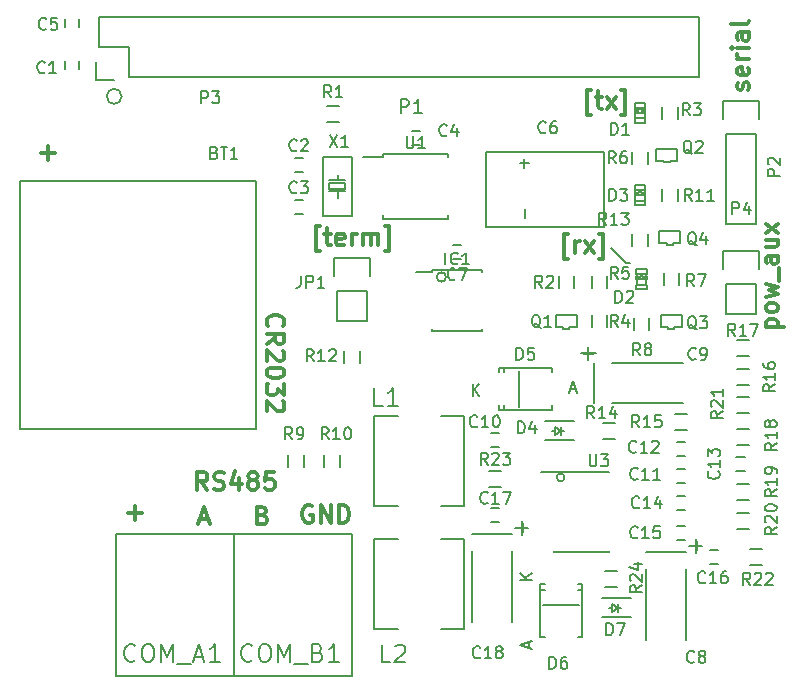
<source format=gbr>
G04 #@! TF.FileFunction,Legend,Top*
%FSLAX46Y46*%
G04 Gerber Fmt 4.6, Leading zero omitted, Abs format (unit mm)*
G04 Created by KiCad (PCBNEW 4.1.0-alpha+201607200716+6988~46~ubuntu16.04.1-product) date Thu Jul 21 11:47:31 2016*
%MOMM*%
%LPD*%
G01*
G04 APERTURE LIST*
%ADD10C,0.100000*%
%ADD11C,0.300000*%
%ADD12C,0.200000*%
%ADD13C,0.150000*%
G04 APERTURE END LIST*
D10*
D11*
X170239571Y-78362428D02*
X171739571Y-78362428D01*
X170311000Y-78362428D02*
X170239571Y-78219571D01*
X170239571Y-77933857D01*
X170311000Y-77791000D01*
X170382428Y-77719571D01*
X170525285Y-77648142D01*
X170953857Y-77648142D01*
X171096714Y-77719571D01*
X171168142Y-77791000D01*
X171239571Y-77933857D01*
X171239571Y-78219571D01*
X171168142Y-78362428D01*
X171239571Y-76791000D02*
X171168142Y-76933857D01*
X171096714Y-77005285D01*
X170953857Y-77076714D01*
X170525285Y-77076714D01*
X170382428Y-77005285D01*
X170311000Y-76933857D01*
X170239571Y-76791000D01*
X170239571Y-76576714D01*
X170311000Y-76433857D01*
X170382428Y-76362428D01*
X170525285Y-76291000D01*
X170953857Y-76291000D01*
X171096714Y-76362428D01*
X171168142Y-76433857D01*
X171239571Y-76576714D01*
X171239571Y-76791000D01*
X170239571Y-75791000D02*
X171239571Y-75505285D01*
X170525285Y-75219571D01*
X171239571Y-74933857D01*
X170239571Y-74648142D01*
X171382428Y-74433857D02*
X171382428Y-73291000D01*
X171239571Y-72291000D02*
X170453857Y-72291000D01*
X170311000Y-72362428D01*
X170239571Y-72505285D01*
X170239571Y-72791000D01*
X170311000Y-72933857D01*
X171168142Y-72291000D02*
X171239571Y-72433857D01*
X171239571Y-72791000D01*
X171168142Y-72933857D01*
X171025285Y-73005285D01*
X170882428Y-73005285D01*
X170739571Y-72933857D01*
X170668142Y-72791000D01*
X170668142Y-72433857D01*
X170596714Y-72291000D01*
X170239571Y-70933857D02*
X171239571Y-70933857D01*
X170239571Y-71576714D02*
X171025285Y-71576714D01*
X171168142Y-71505285D01*
X171239571Y-71362428D01*
X171239571Y-71148142D01*
X171168142Y-71005285D01*
X171096714Y-70933857D01*
X171239571Y-70362428D02*
X170239571Y-69576714D01*
X170239571Y-70362428D02*
X171239571Y-69576714D01*
X168755142Y-58229142D02*
X168826571Y-58086285D01*
X168826571Y-57800571D01*
X168755142Y-57657714D01*
X168612285Y-57586285D01*
X168540857Y-57586285D01*
X168398000Y-57657714D01*
X168326571Y-57800571D01*
X168326571Y-58014857D01*
X168255142Y-58157714D01*
X168112285Y-58229142D01*
X168040857Y-58229142D01*
X167898000Y-58157714D01*
X167826571Y-58014857D01*
X167826571Y-57800571D01*
X167898000Y-57657714D01*
X168755142Y-56372000D02*
X168826571Y-56514857D01*
X168826571Y-56800571D01*
X168755142Y-56943428D01*
X168612285Y-57014857D01*
X168040857Y-57014857D01*
X167898000Y-56943428D01*
X167826571Y-56800571D01*
X167826571Y-56514857D01*
X167898000Y-56372000D01*
X168040857Y-56300571D01*
X168183714Y-56300571D01*
X168326571Y-57014857D01*
X168826571Y-55657714D02*
X167826571Y-55657714D01*
X168112285Y-55657714D02*
X167969428Y-55586285D01*
X167898000Y-55514857D01*
X167826571Y-55372000D01*
X167826571Y-55229142D01*
X168826571Y-54729142D02*
X167826571Y-54729142D01*
X167326571Y-54729142D02*
X167398000Y-54800571D01*
X167469428Y-54729142D01*
X167398000Y-54657714D01*
X167326571Y-54729142D01*
X167469428Y-54729142D01*
X168826571Y-53372000D02*
X168040857Y-53372000D01*
X167898000Y-53443428D01*
X167826571Y-53586285D01*
X167826571Y-53872000D01*
X167898000Y-54014857D01*
X168755142Y-53372000D02*
X168826571Y-53514857D01*
X168826571Y-53872000D01*
X168755142Y-54014857D01*
X168612285Y-54086285D01*
X168469428Y-54086285D01*
X168326571Y-54014857D01*
X168255142Y-53872000D01*
X168255142Y-53514857D01*
X168183714Y-53372000D01*
X168826571Y-52443428D02*
X168755142Y-52586285D01*
X168612285Y-52657714D01*
X167326571Y-52657714D01*
D12*
X115697000Y-58801000D02*
G75*
G03X115697000Y-58801000I-635000J0D01*
G01*
D11*
X108902571Y-63607142D02*
X110045428Y-63607142D01*
X109474000Y-64178571D02*
X109474000Y-63035714D01*
X128115285Y-78264142D02*
X128043857Y-78192714D01*
X127972428Y-77978428D01*
X127972428Y-77835571D01*
X128043857Y-77621285D01*
X128186714Y-77478428D01*
X128329571Y-77407000D01*
X128615285Y-77335571D01*
X128829571Y-77335571D01*
X129115285Y-77407000D01*
X129258142Y-77478428D01*
X129401000Y-77621285D01*
X129472428Y-77835571D01*
X129472428Y-77978428D01*
X129401000Y-78192714D01*
X129329571Y-78264142D01*
X127972428Y-79764142D02*
X128686714Y-79264142D01*
X127972428Y-78907000D02*
X129472428Y-78907000D01*
X129472428Y-79478428D01*
X129401000Y-79621285D01*
X129329571Y-79692714D01*
X129186714Y-79764142D01*
X128972428Y-79764142D01*
X128829571Y-79692714D01*
X128758142Y-79621285D01*
X128686714Y-79478428D01*
X128686714Y-78907000D01*
X129329571Y-80335571D02*
X129401000Y-80407000D01*
X129472428Y-80549857D01*
X129472428Y-80907000D01*
X129401000Y-81049857D01*
X129329571Y-81121285D01*
X129186714Y-81192714D01*
X129043857Y-81192714D01*
X128829571Y-81121285D01*
X127972428Y-80264142D01*
X127972428Y-81192714D01*
X129472428Y-82121285D02*
X129472428Y-82264142D01*
X129401000Y-82407000D01*
X129329571Y-82478428D01*
X129186714Y-82549857D01*
X128901000Y-82621285D01*
X128543857Y-82621285D01*
X128258142Y-82549857D01*
X128115285Y-82478428D01*
X128043857Y-82407000D01*
X127972428Y-82264142D01*
X127972428Y-82121285D01*
X128043857Y-81978428D01*
X128115285Y-81907000D01*
X128258142Y-81835571D01*
X128543857Y-81764142D01*
X128901000Y-81764142D01*
X129186714Y-81835571D01*
X129329571Y-81907000D01*
X129401000Y-81978428D01*
X129472428Y-82121285D01*
X129472428Y-83121285D02*
X129472428Y-84049857D01*
X128901000Y-83549857D01*
X128901000Y-83764142D01*
X128829571Y-83907000D01*
X128758142Y-83978428D01*
X128615285Y-84049857D01*
X128258142Y-84049857D01*
X128115285Y-83978428D01*
X128043857Y-83907000D01*
X127972428Y-83764142D01*
X127972428Y-83335571D01*
X128043857Y-83192714D01*
X128115285Y-83121285D01*
X129329571Y-84621285D02*
X129401000Y-84692714D01*
X129472428Y-84835571D01*
X129472428Y-85192714D01*
X129401000Y-85335571D01*
X129329571Y-85407000D01*
X129186714Y-85478428D01*
X129043857Y-85478428D01*
X128829571Y-85407000D01*
X127972428Y-84549857D01*
X127972428Y-85478428D01*
D12*
X158369000Y-72898000D02*
X158750000Y-72898000D01*
X157099000Y-71628000D02*
X158369000Y-72898000D01*
D11*
X155468000Y-60360571D02*
X155110857Y-60360571D01*
X155110857Y-58217714D01*
X155468000Y-58217714D01*
X155825142Y-58860571D02*
X156396571Y-58860571D01*
X156039428Y-58360571D02*
X156039428Y-59646285D01*
X156110857Y-59789142D01*
X156253714Y-59860571D01*
X156396571Y-59860571D01*
X156753714Y-59860571D02*
X157539428Y-58860571D01*
X156753714Y-58860571D02*
X157539428Y-59860571D01*
X157968000Y-60360571D02*
X158325142Y-60360571D01*
X158325142Y-58217714D01*
X157968000Y-58217714D01*
X153527285Y-72552571D02*
X153170142Y-72552571D01*
X153170142Y-70409714D01*
X153527285Y-70409714D01*
X154098714Y-72052571D02*
X154098714Y-71052571D01*
X154098714Y-71338285D02*
X154170142Y-71195428D01*
X154241571Y-71124000D01*
X154384428Y-71052571D01*
X154527285Y-71052571D01*
X154884428Y-72052571D02*
X155670142Y-71052571D01*
X154884428Y-71052571D02*
X155670142Y-72052571D01*
X156098714Y-72552571D02*
X156455857Y-72552571D01*
X156455857Y-70409714D01*
X156098714Y-70409714D01*
X132505000Y-71917571D02*
X132147857Y-71917571D01*
X132147857Y-69774714D01*
X132505000Y-69774714D01*
X132862142Y-70417571D02*
X133433571Y-70417571D01*
X133076428Y-69917571D02*
X133076428Y-71203285D01*
X133147857Y-71346142D01*
X133290714Y-71417571D01*
X133433571Y-71417571D01*
X134505000Y-71346142D02*
X134362142Y-71417571D01*
X134076428Y-71417571D01*
X133933571Y-71346142D01*
X133862142Y-71203285D01*
X133862142Y-70631857D01*
X133933571Y-70489000D01*
X134076428Y-70417571D01*
X134362142Y-70417571D01*
X134505000Y-70489000D01*
X134576428Y-70631857D01*
X134576428Y-70774714D01*
X133862142Y-70917571D01*
X135219285Y-71417571D02*
X135219285Y-70417571D01*
X135219285Y-70703285D02*
X135290714Y-70560428D01*
X135362142Y-70489000D01*
X135505000Y-70417571D01*
X135647857Y-70417571D01*
X136147857Y-71417571D02*
X136147857Y-70417571D01*
X136147857Y-70560428D02*
X136219285Y-70489000D01*
X136362142Y-70417571D01*
X136576428Y-70417571D01*
X136719285Y-70489000D01*
X136790714Y-70631857D01*
X136790714Y-71417571D01*
X136790714Y-70631857D02*
X136862142Y-70489000D01*
X137005000Y-70417571D01*
X137219285Y-70417571D01*
X137362142Y-70489000D01*
X137433571Y-70631857D01*
X137433571Y-71417571D01*
X138005000Y-71917571D02*
X138362142Y-71917571D01*
X138362142Y-69774714D01*
X138005000Y-69774714D01*
X131826142Y-93484000D02*
X131683285Y-93412571D01*
X131469000Y-93412571D01*
X131254714Y-93484000D01*
X131111857Y-93626857D01*
X131040428Y-93769714D01*
X130969000Y-94055428D01*
X130969000Y-94269714D01*
X131040428Y-94555428D01*
X131111857Y-94698285D01*
X131254714Y-94841142D01*
X131469000Y-94912571D01*
X131611857Y-94912571D01*
X131826142Y-94841142D01*
X131897571Y-94769714D01*
X131897571Y-94269714D01*
X131611857Y-94269714D01*
X132540428Y-94912571D02*
X132540428Y-93412571D01*
X133397571Y-94912571D01*
X133397571Y-93412571D01*
X134111857Y-94912571D02*
X134111857Y-93412571D01*
X134469000Y-93412571D01*
X134683285Y-93484000D01*
X134826142Y-93626857D01*
X134897571Y-93769714D01*
X134969000Y-94055428D01*
X134969000Y-94269714D01*
X134897571Y-94555428D01*
X134826142Y-94698285D01*
X134683285Y-94841142D01*
X134469000Y-94912571D01*
X134111857Y-94912571D01*
X127615142Y-94253857D02*
X127829428Y-94325285D01*
X127900857Y-94396714D01*
X127972285Y-94539571D01*
X127972285Y-94753857D01*
X127900857Y-94896714D01*
X127829428Y-94968142D01*
X127686571Y-95039571D01*
X127115142Y-95039571D01*
X127115142Y-93539571D01*
X127615142Y-93539571D01*
X127758000Y-93611000D01*
X127829428Y-93682428D01*
X127900857Y-93825285D01*
X127900857Y-93968142D01*
X127829428Y-94111000D01*
X127758000Y-94182428D01*
X127615142Y-94253857D01*
X127115142Y-94253857D01*
X122324857Y-94611000D02*
X123039142Y-94611000D01*
X122182000Y-95039571D02*
X122682000Y-93539571D01*
X123182000Y-95039571D01*
X116268571Y-94087142D02*
X117411428Y-94087142D01*
X116840000Y-94658571D02*
X116840000Y-93515714D01*
X122956142Y-92118571D02*
X122456142Y-91404285D01*
X122099000Y-92118571D02*
X122099000Y-90618571D01*
X122670428Y-90618571D01*
X122813285Y-90690000D01*
X122884714Y-90761428D01*
X122956142Y-90904285D01*
X122956142Y-91118571D01*
X122884714Y-91261428D01*
X122813285Y-91332857D01*
X122670428Y-91404285D01*
X122099000Y-91404285D01*
X123527571Y-92047142D02*
X123741857Y-92118571D01*
X124099000Y-92118571D01*
X124241857Y-92047142D01*
X124313285Y-91975714D01*
X124384714Y-91832857D01*
X124384714Y-91690000D01*
X124313285Y-91547142D01*
X124241857Y-91475714D01*
X124099000Y-91404285D01*
X123813285Y-91332857D01*
X123670428Y-91261428D01*
X123599000Y-91190000D01*
X123527571Y-91047142D01*
X123527571Y-90904285D01*
X123599000Y-90761428D01*
X123670428Y-90690000D01*
X123813285Y-90618571D01*
X124170428Y-90618571D01*
X124384714Y-90690000D01*
X125670428Y-91118571D02*
X125670428Y-92118571D01*
X125313285Y-90547142D02*
X124956142Y-91618571D01*
X125884714Y-91618571D01*
X126670428Y-91261428D02*
X126527571Y-91190000D01*
X126456142Y-91118571D01*
X126384714Y-90975714D01*
X126384714Y-90904285D01*
X126456142Y-90761428D01*
X126527571Y-90690000D01*
X126670428Y-90618571D01*
X126956142Y-90618571D01*
X127099000Y-90690000D01*
X127170428Y-90761428D01*
X127241857Y-90904285D01*
X127241857Y-90975714D01*
X127170428Y-91118571D01*
X127099000Y-91190000D01*
X126956142Y-91261428D01*
X126670428Y-91261428D01*
X126527571Y-91332857D01*
X126456142Y-91404285D01*
X126384714Y-91547142D01*
X126384714Y-91832857D01*
X126456142Y-91975714D01*
X126527571Y-92047142D01*
X126670428Y-92118571D01*
X126956142Y-92118571D01*
X127099000Y-92047142D01*
X127170428Y-91975714D01*
X127241857Y-91832857D01*
X127241857Y-91547142D01*
X127170428Y-91404285D01*
X127099000Y-91332857D01*
X126956142Y-91261428D01*
X128599000Y-90618571D02*
X127884714Y-90618571D01*
X127813285Y-91332857D01*
X127884714Y-91261428D01*
X128027571Y-91190000D01*
X128384714Y-91190000D01*
X128527571Y-91261428D01*
X128599000Y-91332857D01*
X128670428Y-91475714D01*
X128670428Y-91832857D01*
X128599000Y-91975714D01*
X128527571Y-92047142D01*
X128384714Y-92118571D01*
X128027571Y-92118571D01*
X127884714Y-92047142D01*
X127813285Y-91975714D01*
D13*
X133985000Y-66821000D02*
X133985000Y-67421000D01*
X133985000Y-65921000D02*
X133985000Y-65421000D01*
X134585000Y-65921000D02*
X133285000Y-65921000D01*
X134585000Y-66821000D02*
X133285000Y-66821000D01*
X134585000Y-66121000D02*
X134585000Y-66621000D01*
X134585000Y-66621000D02*
X133285000Y-66621000D01*
X133285000Y-66621000D02*
X133285000Y-66121000D01*
X133285000Y-66121000D02*
X134585000Y-66121000D01*
X132785000Y-63921000D02*
X132785000Y-68921000D01*
X132785000Y-68921000D02*
X135185000Y-68921000D01*
X135185000Y-68921000D02*
X135185000Y-63921000D01*
X135185000Y-63921000D02*
X132785000Y-63921000D01*
X153192575Y-91059000D02*
G75*
G03X153192575Y-91059000I-331175J0D01*
G01*
X152289000Y-90605000D02*
X152289000Y-90630000D01*
X156939000Y-90605000D02*
X156939000Y-90630000D01*
X156939000Y-97355000D02*
X156939000Y-97330000D01*
X152289000Y-97355000D02*
X152289000Y-97330000D01*
X152289000Y-90605000D02*
X156939000Y-90605000D01*
X152289000Y-97355000D02*
X156939000Y-97355000D01*
X152289000Y-90630000D02*
X151214000Y-90630000D01*
X147820000Y-91861000D02*
X146820000Y-91861000D01*
X146820000Y-90511000D02*
X147820000Y-90511000D01*
X169918000Y-98465000D02*
X168918000Y-98465000D01*
X168918000Y-97115000D02*
X169918000Y-97115000D01*
X167775000Y-84288000D02*
X168775000Y-84288000D01*
X168775000Y-85638000D02*
X167775000Y-85638000D01*
X168775000Y-95417000D02*
X167775000Y-95417000D01*
X167775000Y-94067000D02*
X168775000Y-94067000D01*
X167775000Y-91654000D02*
X168775000Y-91654000D01*
X168775000Y-93004000D02*
X167775000Y-93004000D01*
X168775000Y-88305000D02*
X167775000Y-88305000D01*
X167775000Y-86955000D02*
X168775000Y-86955000D01*
X168775000Y-80812000D02*
X167775000Y-80812000D01*
X167775000Y-79462000D02*
X168775000Y-79462000D01*
X168775000Y-83225000D02*
X167775000Y-83225000D01*
X167775000Y-81875000D02*
X168775000Y-81875000D01*
X163568000Y-87035000D02*
X162568000Y-87035000D01*
X162568000Y-85685000D02*
X163568000Y-85685000D01*
X157472000Y-87797000D02*
X156472000Y-87797000D01*
X156472000Y-86447000D02*
X157472000Y-86447000D01*
X160258000Y-70493000D02*
X160258000Y-71493000D01*
X158908000Y-71493000D02*
X158908000Y-70493000D01*
X135874000Y-80399000D02*
X135874000Y-81399000D01*
X134524000Y-81399000D02*
X134524000Y-80399000D01*
X162798000Y-66683000D02*
X162798000Y-67683000D01*
X161448000Y-67683000D02*
X161448000Y-66683000D01*
X134207000Y-89162000D02*
X134207000Y-90162000D01*
X132857000Y-90162000D02*
X132857000Y-89162000D01*
X131159000Y-89162000D02*
X131159000Y-90162000D01*
X129809000Y-90162000D02*
X129809000Y-89162000D01*
X160385000Y-77605000D02*
X160385000Y-78605000D01*
X159035000Y-78605000D02*
X159035000Y-77605000D01*
X162925000Y-73795000D02*
X162925000Y-74795000D01*
X161575000Y-74795000D02*
X161575000Y-73795000D01*
X160258000Y-63508000D02*
X160258000Y-64508000D01*
X158908000Y-64508000D02*
X158908000Y-63508000D01*
X155479000Y-75049000D02*
X155479000Y-74049000D01*
X156829000Y-74049000D02*
X156829000Y-75049000D01*
X156829000Y-77351000D02*
X156829000Y-78351000D01*
X155479000Y-78351000D02*
X155479000Y-77351000D01*
X162798000Y-59698000D02*
X162798000Y-60698000D01*
X161448000Y-60698000D02*
X161448000Y-59698000D01*
X154035000Y-74049000D02*
X154035000Y-75049000D01*
X152685000Y-75049000D02*
X152685000Y-74049000D01*
X134104000Y-61000000D02*
X133104000Y-61000000D01*
X133104000Y-59650000D02*
X134104000Y-59650000D01*
X162377000Y-71247000D02*
X163012000Y-71247000D01*
X163012000Y-71247000D02*
X163012000Y-70231000D01*
X161234000Y-70231000D02*
X161234000Y-71247000D01*
X161234000Y-71247000D02*
X161869000Y-71247000D01*
X162377000Y-71374000D02*
X162377000Y-71247000D01*
X161869000Y-71247000D02*
X161869000Y-71374000D01*
X163012000Y-70231000D02*
X161234000Y-70231000D01*
X161869000Y-71374000D02*
X162377000Y-71374000D01*
X162504000Y-78359000D02*
X163139000Y-78359000D01*
X163139000Y-78359000D02*
X163139000Y-77343000D01*
X161361000Y-77343000D02*
X161361000Y-78359000D01*
X161361000Y-78359000D02*
X161996000Y-78359000D01*
X162504000Y-78486000D02*
X162504000Y-78359000D01*
X161996000Y-78359000D02*
X161996000Y-78486000D01*
X163139000Y-77343000D02*
X161361000Y-77343000D01*
X161996000Y-78486000D02*
X162504000Y-78486000D01*
X162123000Y-64262000D02*
X162758000Y-64262000D01*
X162758000Y-64262000D02*
X162758000Y-63246000D01*
X160980000Y-63246000D02*
X160980000Y-64262000D01*
X160980000Y-64262000D02*
X161615000Y-64262000D01*
X162123000Y-64389000D02*
X162123000Y-64262000D01*
X161615000Y-64262000D02*
X161615000Y-64389000D01*
X162758000Y-63246000D02*
X160980000Y-63246000D01*
X161615000Y-64389000D02*
X162123000Y-64389000D01*
X153614000Y-78359000D02*
X154249000Y-78359000D01*
X154249000Y-78359000D02*
X154249000Y-77343000D01*
X152471000Y-77343000D02*
X152471000Y-78359000D01*
X152471000Y-78359000D02*
X153106000Y-78359000D01*
X153614000Y-78486000D02*
X153614000Y-78359000D01*
X153106000Y-78359000D02*
X153106000Y-78486000D01*
X154249000Y-77343000D02*
X152471000Y-77343000D01*
X153106000Y-78486000D02*
X153614000Y-78486000D01*
X169418000Y-74676000D02*
X169418000Y-77216000D01*
X169698000Y-71856000D02*
X169698000Y-73406000D01*
X169418000Y-74676000D02*
X166878000Y-74676000D01*
X166598000Y-73406000D02*
X166598000Y-71856000D01*
X166598000Y-71856000D02*
X169698000Y-71856000D01*
X166878000Y-74676000D02*
X166878000Y-77216000D01*
X166878000Y-77216000D02*
X169418000Y-77216000D01*
X164592000Y-52070000D02*
X113792000Y-52070000D01*
X116332000Y-57150000D02*
X164592000Y-57150000D01*
X164592000Y-52070000D02*
X164592000Y-57150000D01*
X113792000Y-52070000D02*
X113792000Y-54610000D01*
X113512000Y-55880000D02*
X113512000Y-57430000D01*
X113792000Y-54610000D02*
X116332000Y-54610000D01*
X116332000Y-54610000D02*
X116332000Y-57150000D01*
X113512000Y-57430000D02*
X115062000Y-57430000D01*
X166878000Y-61976000D02*
X166878000Y-69596000D01*
X169418000Y-61976000D02*
X169418000Y-69596000D01*
X169698000Y-59156000D02*
X169698000Y-60706000D01*
X166878000Y-69596000D02*
X169418000Y-69596000D01*
X169418000Y-61976000D02*
X166878000Y-61976000D01*
X166598000Y-60706000D02*
X166598000Y-59156000D01*
X166598000Y-59156000D02*
X169698000Y-59156000D01*
X144698000Y-96276000D02*
X142698000Y-96276000D01*
X144698000Y-103876000D02*
X142698000Y-103876000D01*
X137098000Y-103876000D02*
X139098000Y-103876000D01*
X137098000Y-103876000D02*
X137098000Y-96276000D01*
X137098000Y-96276000D02*
X139098000Y-96276000D01*
X144698000Y-103876000D02*
X144698000Y-96276000D01*
X144698000Y-85862000D02*
X142698000Y-85862000D01*
X144698000Y-93462000D02*
X142698000Y-93462000D01*
X137098000Y-93462000D02*
X139098000Y-93462000D01*
X137098000Y-93462000D02*
X137098000Y-85862000D01*
X137098000Y-85862000D02*
X139098000Y-85862000D01*
X144698000Y-93462000D02*
X144698000Y-85862000D01*
X136469000Y-75311000D02*
X136469000Y-77851000D01*
X136749000Y-72491000D02*
X136749000Y-74041000D01*
X136469000Y-75311000D02*
X133929000Y-75311000D01*
X133649000Y-74041000D02*
X133649000Y-72491000D01*
X133649000Y-72491000D02*
X136749000Y-72491000D01*
X133929000Y-75311000D02*
X133929000Y-77851000D01*
X133929000Y-77851000D02*
X136469000Y-77851000D01*
X143165773Y-74091800D02*
G75*
G03X143165773Y-74091800I-397573J0D01*
G01*
X142014000Y-73498000D02*
X142014000Y-73643000D01*
X146164000Y-73498000D02*
X146164000Y-73643000D01*
X146164000Y-78648000D02*
X146164000Y-78503000D01*
X142014000Y-78648000D02*
X142014000Y-78503000D01*
X142014000Y-73498000D02*
X146164000Y-73498000D01*
X142014000Y-78648000D02*
X146164000Y-78648000D01*
X142014000Y-73643000D02*
X140614000Y-73643000D01*
X157230000Y-102108000D02*
X156980000Y-102108000D01*
X157730000Y-102108000D02*
X157980000Y-102108000D01*
X157730000Y-102108000D02*
X157230000Y-102458000D01*
X157230000Y-102458000D02*
X157230000Y-101758000D01*
X157230000Y-101758000D02*
X157730000Y-102108000D01*
X157730000Y-102458000D02*
X157730000Y-101758000D01*
X158780000Y-101308000D02*
X156380000Y-101308000D01*
X158780000Y-102908000D02*
X156380000Y-102908000D01*
X154408000Y-101862000D02*
X151408000Y-101862000D01*
X151157940Y-100562860D02*
X151508460Y-100562860D01*
X154658060Y-100562860D02*
X154307540Y-100562860D01*
X151157940Y-104612440D02*
X151508460Y-104612440D01*
X151157940Y-100111560D02*
X151508460Y-100111560D01*
X154658060Y-100111560D02*
X154307540Y-100111560D01*
X154658060Y-104612440D02*
X154307540Y-104612440D01*
X151157940Y-100111560D02*
X151157940Y-104612440D01*
X154658060Y-100111560D02*
X154658060Y-104612440D01*
X149360000Y-82066000D02*
X149360000Y-85066000D01*
X148060860Y-85316060D02*
X148060860Y-84965540D01*
X148060860Y-81815940D02*
X148060860Y-82166460D01*
X152110440Y-85316060D02*
X152110440Y-84965540D01*
X147609560Y-85316060D02*
X147609560Y-84965540D01*
X147609560Y-81815940D02*
X147609560Y-82166460D01*
X152110440Y-81815940D02*
X152110440Y-82166460D01*
X147609560Y-85316060D02*
X152110440Y-85316060D01*
X147609560Y-81815940D02*
X152110440Y-81815940D01*
X152404000Y-87122000D02*
X152154000Y-87122000D01*
X152904000Y-87122000D02*
X153154000Y-87122000D01*
X152904000Y-87122000D02*
X152404000Y-87472000D01*
X152404000Y-87472000D02*
X152404000Y-86772000D01*
X152404000Y-86772000D02*
X152904000Y-87122000D01*
X152904000Y-87472000D02*
X152904000Y-86772000D01*
X153954000Y-86322000D02*
X151554000Y-86322000D01*
X153954000Y-87922000D02*
X151554000Y-87922000D01*
X159133420Y-66733420D02*
X160032580Y-66733420D01*
X160032580Y-66733420D02*
X160032580Y-66334640D01*
X159133420Y-66334640D02*
X160032580Y-66334640D01*
X159133420Y-66733420D02*
X159133420Y-66334640D01*
X159133420Y-68031360D02*
X160032580Y-68031360D01*
X160032580Y-68031360D02*
X160032580Y-67632580D01*
X159133420Y-67632580D02*
X160032580Y-67632580D01*
X159133420Y-68031360D02*
X159133420Y-67632580D01*
X159133420Y-67183000D02*
X159283280Y-67183000D01*
X159283280Y-67183000D02*
X159283280Y-66883280D01*
X159133420Y-66883280D02*
X159283280Y-66883280D01*
X159133420Y-67183000D02*
X159133420Y-66883280D01*
X159882720Y-67183000D02*
X160032580Y-67183000D01*
X160032580Y-67183000D02*
X160032580Y-66883280D01*
X159882720Y-66883280D02*
X160032580Y-66883280D01*
X159882720Y-67183000D02*
X159882720Y-66883280D01*
X159433140Y-67183000D02*
X159732860Y-67183000D01*
X159732860Y-67183000D02*
X159732860Y-66883280D01*
X159433140Y-66883280D02*
X159732860Y-66883280D01*
X159433140Y-67183000D02*
X159433140Y-66883280D01*
X159184220Y-66733420D02*
X159184220Y-67632580D01*
X159981780Y-66733420D02*
X159981780Y-67632580D01*
X159260420Y-73845420D02*
X160159580Y-73845420D01*
X160159580Y-73845420D02*
X160159580Y-73446640D01*
X159260420Y-73446640D02*
X160159580Y-73446640D01*
X159260420Y-73845420D02*
X159260420Y-73446640D01*
X159260420Y-75143360D02*
X160159580Y-75143360D01*
X160159580Y-75143360D02*
X160159580Y-74744580D01*
X159260420Y-74744580D02*
X160159580Y-74744580D01*
X159260420Y-75143360D02*
X159260420Y-74744580D01*
X159260420Y-74295000D02*
X159410280Y-74295000D01*
X159410280Y-74295000D02*
X159410280Y-73995280D01*
X159260420Y-73995280D02*
X159410280Y-73995280D01*
X159260420Y-74295000D02*
X159260420Y-73995280D01*
X160009720Y-74295000D02*
X160159580Y-74295000D01*
X160159580Y-74295000D02*
X160159580Y-73995280D01*
X160009720Y-73995280D02*
X160159580Y-73995280D01*
X160009720Y-74295000D02*
X160009720Y-73995280D01*
X159560140Y-74295000D02*
X159859860Y-74295000D01*
X159859860Y-74295000D02*
X159859860Y-73995280D01*
X159560140Y-73995280D02*
X159859860Y-73995280D01*
X159560140Y-74295000D02*
X159560140Y-73995280D01*
X159311220Y-73845420D02*
X159311220Y-74744580D01*
X160108780Y-73845420D02*
X160108780Y-74744580D01*
X159133420Y-59748420D02*
X160032580Y-59748420D01*
X160032580Y-59748420D02*
X160032580Y-59349640D01*
X159133420Y-59349640D02*
X160032580Y-59349640D01*
X159133420Y-59748420D02*
X159133420Y-59349640D01*
X159133420Y-61046360D02*
X160032580Y-61046360D01*
X160032580Y-61046360D02*
X160032580Y-60647580D01*
X159133420Y-60647580D02*
X160032580Y-60647580D01*
X159133420Y-61046360D02*
X159133420Y-60647580D01*
X159133420Y-60198000D02*
X159283280Y-60198000D01*
X159283280Y-60198000D02*
X159283280Y-59898280D01*
X159133420Y-59898280D02*
X159283280Y-59898280D01*
X159133420Y-60198000D02*
X159133420Y-59898280D01*
X159882720Y-60198000D02*
X160032580Y-60198000D01*
X160032580Y-60198000D02*
X160032580Y-59898280D01*
X159882720Y-59898280D02*
X160032580Y-59898280D01*
X159882720Y-60198000D02*
X159882720Y-59898280D01*
X159433140Y-60198000D02*
X159732860Y-60198000D01*
X159732860Y-60198000D02*
X159732860Y-59898280D01*
X159433140Y-59898280D02*
X159732860Y-59898280D01*
X159433140Y-60198000D02*
X159433140Y-59898280D01*
X159184220Y-59748420D02*
X159184220Y-60647580D01*
X159981780Y-59748420D02*
X159981780Y-60647580D01*
X125214000Y-95840000D02*
X125214000Y-107840000D01*
X135214000Y-95840000D02*
X125214000Y-95840000D01*
X135214000Y-107840000D02*
X125214000Y-107840000D01*
X135214000Y-95840000D02*
X135214000Y-107840000D01*
X115214000Y-95840000D02*
X115214000Y-107840000D01*
X125214000Y-95840000D02*
X115214000Y-95840000D01*
X125214000Y-107840000D02*
X115214000Y-107840000D01*
X125214000Y-95840000D02*
X125214000Y-107840000D01*
X148765260Y-95829120D02*
X145366740Y-95829120D01*
X145366740Y-103329740D02*
X145366740Y-97330260D01*
X148765260Y-103329740D02*
X148765260Y-97330260D01*
X150119080Y-95328740D02*
X149019260Y-95328740D01*
X149618700Y-94729300D02*
X149618700Y-95928180D01*
X146970000Y-93634000D02*
X147670000Y-93634000D01*
X147670000Y-94834000D02*
X146970000Y-94834000D01*
X165512000Y-97190000D02*
X166212000Y-97190000D01*
X166212000Y-98390000D02*
X165512000Y-98390000D01*
X162718000Y-95158000D02*
X163418000Y-95158000D01*
X163418000Y-96358000D02*
X162718000Y-96358000D01*
X162718000Y-92618000D02*
X163418000Y-92618000D01*
X163418000Y-93818000D02*
X162718000Y-93818000D01*
X167735000Y-89316000D02*
X168435000Y-89316000D01*
X168435000Y-90516000D02*
X167735000Y-90516000D01*
X162718000Y-88046000D02*
X163418000Y-88046000D01*
X163418000Y-89246000D02*
X162718000Y-89246000D01*
X162718000Y-90332000D02*
X163418000Y-90332000D01*
X163418000Y-91532000D02*
X162718000Y-91532000D01*
X147670000Y-88484000D02*
X146970000Y-88484000D01*
X146970000Y-87284000D02*
X147670000Y-87284000D01*
X155717120Y-81358740D02*
X155717120Y-84757260D01*
X163217740Y-84757260D02*
X157218260Y-84757260D01*
X163217740Y-81358740D02*
X157218260Y-81358740D01*
X155216740Y-80004920D02*
X155216740Y-81104740D01*
X154617300Y-80505300D02*
X155816180Y-80505300D01*
X163497260Y-97353120D02*
X160098740Y-97353120D01*
X160098740Y-104853740D02*
X160098740Y-98854260D01*
X163497260Y-104853740D02*
X163497260Y-98854260D01*
X164851080Y-96852740D02*
X163751260Y-96852740D01*
X164350700Y-96253300D02*
X164350700Y-97452180D01*
X144439000Y-72609000D02*
X143739000Y-72609000D01*
X143739000Y-71409000D02*
X144439000Y-71409000D01*
X156511000Y-69875000D02*
X156511000Y-63475000D01*
X146511000Y-69875000D02*
X146511000Y-63475000D01*
X156511000Y-63475000D02*
X146511000Y-63475000D01*
X156511000Y-69875000D02*
X146511000Y-69875000D01*
X110906000Y-52928000D02*
X110906000Y-52228000D01*
X112106000Y-52228000D02*
X112106000Y-52928000D01*
X140239000Y-61757000D02*
X140939000Y-61757000D01*
X140939000Y-62957000D02*
X140239000Y-62957000D01*
X131033000Y-68799000D02*
X130333000Y-68799000D01*
X130333000Y-67599000D02*
X131033000Y-67599000D01*
X131033000Y-65243000D02*
X130333000Y-65243000D01*
X130333000Y-64043000D02*
X131033000Y-64043000D01*
X112106000Y-55784000D02*
X112106000Y-56484000D01*
X110906000Y-56484000D02*
X110906000Y-55784000D01*
X127094000Y-65954000D02*
X127094000Y-86954000D01*
X127094000Y-86954000D02*
X107094000Y-86954000D01*
X107094000Y-86954000D02*
X107094000Y-65954000D01*
X107094000Y-65954000D02*
X127094000Y-65954000D01*
X137839000Y-63666000D02*
X137839000Y-63966000D01*
X143339000Y-63666000D02*
X143339000Y-63966000D01*
X143339000Y-69176000D02*
X143339000Y-68876000D01*
X137839000Y-69176000D02*
X137839000Y-68876000D01*
X137839000Y-63666000D02*
X143339000Y-63666000D01*
X137839000Y-69176000D02*
X143339000Y-69176000D01*
X137839000Y-63966000D02*
X136089000Y-63966000D01*
X156599000Y-99020000D02*
X157599000Y-99020000D01*
X157599000Y-100370000D02*
X156599000Y-100370000D01*
X133302476Y-62063380D02*
X133969142Y-63063380D01*
X133969142Y-62063380D02*
X133302476Y-63063380D01*
X134873904Y-63063380D02*
X134302476Y-63063380D01*
X134588190Y-63063380D02*
X134588190Y-62063380D01*
X134492952Y-62206238D01*
X134397714Y-62301476D01*
X134302476Y-62349095D01*
X155321095Y-89114380D02*
X155321095Y-89923904D01*
X155368714Y-90019142D01*
X155416333Y-90066761D01*
X155511571Y-90114380D01*
X155702047Y-90114380D01*
X155797285Y-90066761D01*
X155844904Y-90019142D01*
X155892523Y-89923904D01*
X155892523Y-89114380D01*
X156273476Y-89114380D02*
X156892523Y-89114380D01*
X156559190Y-89495333D01*
X156702047Y-89495333D01*
X156797285Y-89542952D01*
X156844904Y-89590571D01*
X156892523Y-89685809D01*
X156892523Y-89923904D01*
X156844904Y-90019142D01*
X156797285Y-90066761D01*
X156702047Y-90114380D01*
X156416333Y-90114380D01*
X156321095Y-90066761D01*
X156273476Y-90019142D01*
X146677142Y-89987380D02*
X146343809Y-89511190D01*
X146105714Y-89987380D02*
X146105714Y-88987380D01*
X146486666Y-88987380D01*
X146581904Y-89035000D01*
X146629523Y-89082619D01*
X146677142Y-89177857D01*
X146677142Y-89320714D01*
X146629523Y-89415952D01*
X146581904Y-89463571D01*
X146486666Y-89511190D01*
X146105714Y-89511190D01*
X147058095Y-89082619D02*
X147105714Y-89035000D01*
X147200952Y-88987380D01*
X147439047Y-88987380D01*
X147534285Y-89035000D01*
X147581904Y-89082619D01*
X147629523Y-89177857D01*
X147629523Y-89273095D01*
X147581904Y-89415952D01*
X147010476Y-89987380D01*
X147629523Y-89987380D01*
X147962857Y-88987380D02*
X148581904Y-88987380D01*
X148248571Y-89368333D01*
X148391428Y-89368333D01*
X148486666Y-89415952D01*
X148534285Y-89463571D01*
X148581904Y-89558809D01*
X148581904Y-89796904D01*
X148534285Y-89892142D01*
X148486666Y-89939761D01*
X148391428Y-89987380D01*
X148105714Y-89987380D01*
X148010476Y-89939761D01*
X147962857Y-89892142D01*
X168902142Y-100147380D02*
X168568809Y-99671190D01*
X168330714Y-100147380D02*
X168330714Y-99147380D01*
X168711666Y-99147380D01*
X168806904Y-99195000D01*
X168854523Y-99242619D01*
X168902142Y-99337857D01*
X168902142Y-99480714D01*
X168854523Y-99575952D01*
X168806904Y-99623571D01*
X168711666Y-99671190D01*
X168330714Y-99671190D01*
X169283095Y-99242619D02*
X169330714Y-99195000D01*
X169425952Y-99147380D01*
X169664047Y-99147380D01*
X169759285Y-99195000D01*
X169806904Y-99242619D01*
X169854523Y-99337857D01*
X169854523Y-99433095D01*
X169806904Y-99575952D01*
X169235476Y-100147380D01*
X169854523Y-100147380D01*
X170235476Y-99242619D02*
X170283095Y-99195000D01*
X170378333Y-99147380D01*
X170616428Y-99147380D01*
X170711666Y-99195000D01*
X170759285Y-99242619D01*
X170806904Y-99337857D01*
X170806904Y-99433095D01*
X170759285Y-99575952D01*
X170187857Y-100147380D01*
X170806904Y-100147380D01*
X166568380Y-85478857D02*
X166092190Y-85812190D01*
X166568380Y-86050285D02*
X165568380Y-86050285D01*
X165568380Y-85669333D01*
X165616000Y-85574095D01*
X165663619Y-85526476D01*
X165758857Y-85478857D01*
X165901714Y-85478857D01*
X165996952Y-85526476D01*
X166044571Y-85574095D01*
X166092190Y-85669333D01*
X166092190Y-86050285D01*
X165663619Y-85097904D02*
X165616000Y-85050285D01*
X165568380Y-84955047D01*
X165568380Y-84716952D01*
X165616000Y-84621714D01*
X165663619Y-84574095D01*
X165758857Y-84526476D01*
X165854095Y-84526476D01*
X165996952Y-84574095D01*
X166568380Y-85145523D01*
X166568380Y-84526476D01*
X166568380Y-83574095D02*
X166568380Y-84145523D01*
X166568380Y-83859809D02*
X165568380Y-83859809D01*
X165711238Y-83955047D01*
X165806476Y-84050285D01*
X165854095Y-84145523D01*
X171140380Y-95257857D02*
X170664190Y-95591190D01*
X171140380Y-95829285D02*
X170140380Y-95829285D01*
X170140380Y-95448333D01*
X170188000Y-95353095D01*
X170235619Y-95305476D01*
X170330857Y-95257857D01*
X170473714Y-95257857D01*
X170568952Y-95305476D01*
X170616571Y-95353095D01*
X170664190Y-95448333D01*
X170664190Y-95829285D01*
X170235619Y-94876904D02*
X170188000Y-94829285D01*
X170140380Y-94734047D01*
X170140380Y-94495952D01*
X170188000Y-94400714D01*
X170235619Y-94353095D01*
X170330857Y-94305476D01*
X170426095Y-94305476D01*
X170568952Y-94353095D01*
X171140380Y-94924523D01*
X171140380Y-94305476D01*
X170140380Y-93686428D02*
X170140380Y-93591190D01*
X170188000Y-93495952D01*
X170235619Y-93448333D01*
X170330857Y-93400714D01*
X170521333Y-93353095D01*
X170759428Y-93353095D01*
X170949904Y-93400714D01*
X171045142Y-93448333D01*
X171092761Y-93495952D01*
X171140380Y-93591190D01*
X171140380Y-93686428D01*
X171092761Y-93781666D01*
X171045142Y-93829285D01*
X170949904Y-93876904D01*
X170759428Y-93924523D01*
X170521333Y-93924523D01*
X170330857Y-93876904D01*
X170235619Y-93829285D01*
X170188000Y-93781666D01*
X170140380Y-93686428D01*
X171140380Y-92082857D02*
X170664190Y-92416190D01*
X171140380Y-92654285D02*
X170140380Y-92654285D01*
X170140380Y-92273333D01*
X170188000Y-92178095D01*
X170235619Y-92130476D01*
X170330857Y-92082857D01*
X170473714Y-92082857D01*
X170568952Y-92130476D01*
X170616571Y-92178095D01*
X170664190Y-92273333D01*
X170664190Y-92654285D01*
X171140380Y-91130476D02*
X171140380Y-91701904D01*
X171140380Y-91416190D02*
X170140380Y-91416190D01*
X170283238Y-91511428D01*
X170378476Y-91606666D01*
X170426095Y-91701904D01*
X171140380Y-90654285D02*
X171140380Y-90463809D01*
X171092761Y-90368571D01*
X171045142Y-90320952D01*
X170902285Y-90225714D01*
X170711809Y-90178095D01*
X170330857Y-90178095D01*
X170235619Y-90225714D01*
X170188000Y-90273333D01*
X170140380Y-90368571D01*
X170140380Y-90559047D01*
X170188000Y-90654285D01*
X170235619Y-90701904D01*
X170330857Y-90749523D01*
X170568952Y-90749523D01*
X170664190Y-90701904D01*
X170711809Y-90654285D01*
X170759428Y-90559047D01*
X170759428Y-90368571D01*
X170711809Y-90273333D01*
X170664190Y-90225714D01*
X170568952Y-90178095D01*
X171140380Y-88145857D02*
X170664190Y-88479190D01*
X171140380Y-88717285D02*
X170140380Y-88717285D01*
X170140380Y-88336333D01*
X170188000Y-88241095D01*
X170235619Y-88193476D01*
X170330857Y-88145857D01*
X170473714Y-88145857D01*
X170568952Y-88193476D01*
X170616571Y-88241095D01*
X170664190Y-88336333D01*
X170664190Y-88717285D01*
X171140380Y-87193476D02*
X171140380Y-87764904D01*
X171140380Y-87479190D02*
X170140380Y-87479190D01*
X170283238Y-87574428D01*
X170378476Y-87669666D01*
X170426095Y-87764904D01*
X170568952Y-86622047D02*
X170521333Y-86717285D01*
X170473714Y-86764904D01*
X170378476Y-86812523D01*
X170330857Y-86812523D01*
X170235619Y-86764904D01*
X170188000Y-86717285D01*
X170140380Y-86622047D01*
X170140380Y-86431571D01*
X170188000Y-86336333D01*
X170235619Y-86288714D01*
X170330857Y-86241095D01*
X170378476Y-86241095D01*
X170473714Y-86288714D01*
X170521333Y-86336333D01*
X170568952Y-86431571D01*
X170568952Y-86622047D01*
X170616571Y-86717285D01*
X170664190Y-86764904D01*
X170759428Y-86812523D01*
X170949904Y-86812523D01*
X171045142Y-86764904D01*
X171092761Y-86717285D01*
X171140380Y-86622047D01*
X171140380Y-86431571D01*
X171092761Y-86336333D01*
X171045142Y-86288714D01*
X170949904Y-86241095D01*
X170759428Y-86241095D01*
X170664190Y-86288714D01*
X170616571Y-86336333D01*
X170568952Y-86431571D01*
X167632142Y-79065380D02*
X167298809Y-78589190D01*
X167060714Y-79065380D02*
X167060714Y-78065380D01*
X167441666Y-78065380D01*
X167536904Y-78113000D01*
X167584523Y-78160619D01*
X167632142Y-78255857D01*
X167632142Y-78398714D01*
X167584523Y-78493952D01*
X167536904Y-78541571D01*
X167441666Y-78589190D01*
X167060714Y-78589190D01*
X168584523Y-79065380D02*
X168013095Y-79065380D01*
X168298809Y-79065380D02*
X168298809Y-78065380D01*
X168203571Y-78208238D01*
X168108333Y-78303476D01*
X168013095Y-78351095D01*
X168917857Y-78065380D02*
X169584523Y-78065380D01*
X169155952Y-79065380D01*
X171013380Y-83192857D02*
X170537190Y-83526190D01*
X171013380Y-83764285D02*
X170013380Y-83764285D01*
X170013380Y-83383333D01*
X170061000Y-83288095D01*
X170108619Y-83240476D01*
X170203857Y-83192857D01*
X170346714Y-83192857D01*
X170441952Y-83240476D01*
X170489571Y-83288095D01*
X170537190Y-83383333D01*
X170537190Y-83764285D01*
X171013380Y-82240476D02*
X171013380Y-82811904D01*
X171013380Y-82526190D02*
X170013380Y-82526190D01*
X170156238Y-82621428D01*
X170251476Y-82716666D01*
X170299095Y-82811904D01*
X170013380Y-81383333D02*
X170013380Y-81573809D01*
X170061000Y-81669047D01*
X170108619Y-81716666D01*
X170251476Y-81811904D01*
X170441952Y-81859523D01*
X170822904Y-81859523D01*
X170918142Y-81811904D01*
X170965761Y-81764285D01*
X171013380Y-81669047D01*
X171013380Y-81478571D01*
X170965761Y-81383333D01*
X170918142Y-81335714D01*
X170822904Y-81288095D01*
X170584809Y-81288095D01*
X170489571Y-81335714D01*
X170441952Y-81383333D01*
X170394333Y-81478571D01*
X170394333Y-81669047D01*
X170441952Y-81764285D01*
X170489571Y-81811904D01*
X170584809Y-81859523D01*
X159504142Y-86812380D02*
X159170809Y-86336190D01*
X158932714Y-86812380D02*
X158932714Y-85812380D01*
X159313666Y-85812380D01*
X159408904Y-85860000D01*
X159456523Y-85907619D01*
X159504142Y-86002857D01*
X159504142Y-86145714D01*
X159456523Y-86240952D01*
X159408904Y-86288571D01*
X159313666Y-86336190D01*
X158932714Y-86336190D01*
X160456523Y-86812380D02*
X159885095Y-86812380D01*
X160170809Y-86812380D02*
X160170809Y-85812380D01*
X160075571Y-85955238D01*
X159980333Y-86050476D01*
X159885095Y-86098095D01*
X161361285Y-85812380D02*
X160885095Y-85812380D01*
X160837476Y-86288571D01*
X160885095Y-86240952D01*
X160980333Y-86193333D01*
X161218428Y-86193333D01*
X161313666Y-86240952D01*
X161361285Y-86288571D01*
X161408904Y-86383809D01*
X161408904Y-86621904D01*
X161361285Y-86717142D01*
X161313666Y-86764761D01*
X161218428Y-86812380D01*
X160980333Y-86812380D01*
X160885095Y-86764761D01*
X160837476Y-86717142D01*
X155694142Y-86050380D02*
X155360809Y-85574190D01*
X155122714Y-86050380D02*
X155122714Y-85050380D01*
X155503666Y-85050380D01*
X155598904Y-85098000D01*
X155646523Y-85145619D01*
X155694142Y-85240857D01*
X155694142Y-85383714D01*
X155646523Y-85478952D01*
X155598904Y-85526571D01*
X155503666Y-85574190D01*
X155122714Y-85574190D01*
X156646523Y-86050380D02*
X156075095Y-86050380D01*
X156360809Y-86050380D02*
X156360809Y-85050380D01*
X156265571Y-85193238D01*
X156170333Y-85288476D01*
X156075095Y-85336095D01*
X157503666Y-85383714D02*
X157503666Y-86050380D01*
X157265571Y-85002761D02*
X157027476Y-85717047D01*
X157646523Y-85717047D01*
X156710142Y-69667380D02*
X156376809Y-69191190D01*
X156138714Y-69667380D02*
X156138714Y-68667380D01*
X156519666Y-68667380D01*
X156614904Y-68715000D01*
X156662523Y-68762619D01*
X156710142Y-68857857D01*
X156710142Y-69000714D01*
X156662523Y-69095952D01*
X156614904Y-69143571D01*
X156519666Y-69191190D01*
X156138714Y-69191190D01*
X157662523Y-69667380D02*
X157091095Y-69667380D01*
X157376809Y-69667380D02*
X157376809Y-68667380D01*
X157281571Y-68810238D01*
X157186333Y-68905476D01*
X157091095Y-68953095D01*
X157995857Y-68667380D02*
X158614904Y-68667380D01*
X158281571Y-69048333D01*
X158424428Y-69048333D01*
X158519666Y-69095952D01*
X158567285Y-69143571D01*
X158614904Y-69238809D01*
X158614904Y-69476904D01*
X158567285Y-69572142D01*
X158519666Y-69619761D01*
X158424428Y-69667380D01*
X158138714Y-69667380D01*
X158043476Y-69619761D01*
X157995857Y-69572142D01*
X131945142Y-81224380D02*
X131611809Y-80748190D01*
X131373714Y-81224380D02*
X131373714Y-80224380D01*
X131754666Y-80224380D01*
X131849904Y-80272000D01*
X131897523Y-80319619D01*
X131945142Y-80414857D01*
X131945142Y-80557714D01*
X131897523Y-80652952D01*
X131849904Y-80700571D01*
X131754666Y-80748190D01*
X131373714Y-80748190D01*
X132897523Y-81224380D02*
X132326095Y-81224380D01*
X132611809Y-81224380D02*
X132611809Y-80224380D01*
X132516571Y-80367238D01*
X132421333Y-80462476D01*
X132326095Y-80510095D01*
X133278476Y-80319619D02*
X133326095Y-80272000D01*
X133421333Y-80224380D01*
X133659428Y-80224380D01*
X133754666Y-80272000D01*
X133802285Y-80319619D01*
X133849904Y-80414857D01*
X133849904Y-80510095D01*
X133802285Y-80652952D01*
X133230857Y-81224380D01*
X133849904Y-81224380D01*
X163949142Y-67635380D02*
X163615809Y-67159190D01*
X163377714Y-67635380D02*
X163377714Y-66635380D01*
X163758666Y-66635380D01*
X163853904Y-66683000D01*
X163901523Y-66730619D01*
X163949142Y-66825857D01*
X163949142Y-66968714D01*
X163901523Y-67063952D01*
X163853904Y-67111571D01*
X163758666Y-67159190D01*
X163377714Y-67159190D01*
X164901523Y-67635380D02*
X164330095Y-67635380D01*
X164615809Y-67635380D02*
X164615809Y-66635380D01*
X164520571Y-66778238D01*
X164425333Y-66873476D01*
X164330095Y-66921095D01*
X165853904Y-67635380D02*
X165282476Y-67635380D01*
X165568190Y-67635380D02*
X165568190Y-66635380D01*
X165472952Y-66778238D01*
X165377714Y-66873476D01*
X165282476Y-66921095D01*
X133215142Y-87828380D02*
X132881809Y-87352190D01*
X132643714Y-87828380D02*
X132643714Y-86828380D01*
X133024666Y-86828380D01*
X133119904Y-86876000D01*
X133167523Y-86923619D01*
X133215142Y-87018857D01*
X133215142Y-87161714D01*
X133167523Y-87256952D01*
X133119904Y-87304571D01*
X133024666Y-87352190D01*
X132643714Y-87352190D01*
X134167523Y-87828380D02*
X133596095Y-87828380D01*
X133881809Y-87828380D02*
X133881809Y-86828380D01*
X133786571Y-86971238D01*
X133691333Y-87066476D01*
X133596095Y-87114095D01*
X134786571Y-86828380D02*
X134881809Y-86828380D01*
X134977047Y-86876000D01*
X135024666Y-86923619D01*
X135072285Y-87018857D01*
X135119904Y-87209333D01*
X135119904Y-87447428D01*
X135072285Y-87637904D01*
X135024666Y-87733142D01*
X134977047Y-87780761D01*
X134881809Y-87828380D01*
X134786571Y-87828380D01*
X134691333Y-87780761D01*
X134643714Y-87733142D01*
X134596095Y-87637904D01*
X134548476Y-87447428D01*
X134548476Y-87209333D01*
X134596095Y-87018857D01*
X134643714Y-86923619D01*
X134691333Y-86876000D01*
X134786571Y-86828380D01*
X130135333Y-87828380D02*
X129802000Y-87352190D01*
X129563904Y-87828380D02*
X129563904Y-86828380D01*
X129944857Y-86828380D01*
X130040095Y-86876000D01*
X130087714Y-86923619D01*
X130135333Y-87018857D01*
X130135333Y-87161714D01*
X130087714Y-87256952D01*
X130040095Y-87304571D01*
X129944857Y-87352190D01*
X129563904Y-87352190D01*
X130611523Y-87828380D02*
X130802000Y-87828380D01*
X130897238Y-87780761D01*
X130944857Y-87733142D01*
X131040095Y-87590285D01*
X131087714Y-87399809D01*
X131087714Y-87018857D01*
X131040095Y-86923619D01*
X130992476Y-86876000D01*
X130897238Y-86828380D01*
X130706761Y-86828380D01*
X130611523Y-86876000D01*
X130563904Y-86923619D01*
X130516285Y-87018857D01*
X130516285Y-87256952D01*
X130563904Y-87352190D01*
X130611523Y-87399809D01*
X130706761Y-87447428D01*
X130897238Y-87447428D01*
X130992476Y-87399809D01*
X131040095Y-87352190D01*
X131087714Y-87256952D01*
X159599333Y-80716380D02*
X159266000Y-80240190D01*
X159027904Y-80716380D02*
X159027904Y-79716380D01*
X159408857Y-79716380D01*
X159504095Y-79764000D01*
X159551714Y-79811619D01*
X159599333Y-79906857D01*
X159599333Y-80049714D01*
X159551714Y-80144952D01*
X159504095Y-80192571D01*
X159408857Y-80240190D01*
X159027904Y-80240190D01*
X160170761Y-80144952D02*
X160075523Y-80097333D01*
X160027904Y-80049714D01*
X159980285Y-79954476D01*
X159980285Y-79906857D01*
X160027904Y-79811619D01*
X160075523Y-79764000D01*
X160170761Y-79716380D01*
X160361238Y-79716380D01*
X160456476Y-79764000D01*
X160504095Y-79811619D01*
X160551714Y-79906857D01*
X160551714Y-79954476D01*
X160504095Y-80049714D01*
X160456476Y-80097333D01*
X160361238Y-80144952D01*
X160170761Y-80144952D01*
X160075523Y-80192571D01*
X160027904Y-80240190D01*
X159980285Y-80335428D01*
X159980285Y-80525904D01*
X160027904Y-80621142D01*
X160075523Y-80668761D01*
X160170761Y-80716380D01*
X160361238Y-80716380D01*
X160456476Y-80668761D01*
X160504095Y-80621142D01*
X160551714Y-80525904D01*
X160551714Y-80335428D01*
X160504095Y-80240190D01*
X160456476Y-80192571D01*
X160361238Y-80144952D01*
X164171333Y-74874380D02*
X163838000Y-74398190D01*
X163599904Y-74874380D02*
X163599904Y-73874380D01*
X163980857Y-73874380D01*
X164076095Y-73922000D01*
X164123714Y-73969619D01*
X164171333Y-74064857D01*
X164171333Y-74207714D01*
X164123714Y-74302952D01*
X164076095Y-74350571D01*
X163980857Y-74398190D01*
X163599904Y-74398190D01*
X164504666Y-73874380D02*
X165171333Y-73874380D01*
X164742761Y-74874380D01*
X157516333Y-64460380D02*
X157183000Y-63984190D01*
X156944904Y-64460380D02*
X156944904Y-63460380D01*
X157325857Y-63460380D01*
X157421095Y-63508000D01*
X157468714Y-63555619D01*
X157516333Y-63650857D01*
X157516333Y-63793714D01*
X157468714Y-63888952D01*
X157421095Y-63936571D01*
X157325857Y-63984190D01*
X156944904Y-63984190D01*
X158373476Y-63460380D02*
X158183000Y-63460380D01*
X158087761Y-63508000D01*
X158040142Y-63555619D01*
X157944904Y-63698476D01*
X157897285Y-63888952D01*
X157897285Y-64269904D01*
X157944904Y-64365142D01*
X157992523Y-64412761D01*
X158087761Y-64460380D01*
X158278238Y-64460380D01*
X158373476Y-64412761D01*
X158421095Y-64365142D01*
X158468714Y-64269904D01*
X158468714Y-64031809D01*
X158421095Y-63936571D01*
X158373476Y-63888952D01*
X158278238Y-63841333D01*
X158087761Y-63841333D01*
X157992523Y-63888952D01*
X157944904Y-63936571D01*
X157897285Y-64031809D01*
X157694333Y-74239380D02*
X157361000Y-73763190D01*
X157122904Y-74239380D02*
X157122904Y-73239380D01*
X157503857Y-73239380D01*
X157599095Y-73287000D01*
X157646714Y-73334619D01*
X157694333Y-73429857D01*
X157694333Y-73572714D01*
X157646714Y-73667952D01*
X157599095Y-73715571D01*
X157503857Y-73763190D01*
X157122904Y-73763190D01*
X158599095Y-73239380D02*
X158122904Y-73239380D01*
X158075285Y-73715571D01*
X158122904Y-73667952D01*
X158218142Y-73620333D01*
X158456238Y-73620333D01*
X158551476Y-73667952D01*
X158599095Y-73715571D01*
X158646714Y-73810809D01*
X158646714Y-74048904D01*
X158599095Y-74144142D01*
X158551476Y-74191761D01*
X158456238Y-74239380D01*
X158218142Y-74239380D01*
X158122904Y-74191761D01*
X158075285Y-74144142D01*
X157694333Y-78303380D02*
X157361000Y-77827190D01*
X157122904Y-78303380D02*
X157122904Y-77303380D01*
X157503857Y-77303380D01*
X157599095Y-77351000D01*
X157646714Y-77398619D01*
X157694333Y-77493857D01*
X157694333Y-77636714D01*
X157646714Y-77731952D01*
X157599095Y-77779571D01*
X157503857Y-77827190D01*
X157122904Y-77827190D01*
X158551476Y-77636714D02*
X158551476Y-78303380D01*
X158313380Y-77255761D02*
X158075285Y-77970047D01*
X158694333Y-77970047D01*
X163790333Y-60396380D02*
X163457000Y-59920190D01*
X163218904Y-60396380D02*
X163218904Y-59396380D01*
X163599857Y-59396380D01*
X163695095Y-59444000D01*
X163742714Y-59491619D01*
X163790333Y-59586857D01*
X163790333Y-59729714D01*
X163742714Y-59824952D01*
X163695095Y-59872571D01*
X163599857Y-59920190D01*
X163218904Y-59920190D01*
X164123666Y-59396380D02*
X164742714Y-59396380D01*
X164409380Y-59777333D01*
X164552238Y-59777333D01*
X164647476Y-59824952D01*
X164695095Y-59872571D01*
X164742714Y-59967809D01*
X164742714Y-60205904D01*
X164695095Y-60301142D01*
X164647476Y-60348761D01*
X164552238Y-60396380D01*
X164266523Y-60396380D01*
X164171285Y-60348761D01*
X164123666Y-60301142D01*
X151293333Y-75001380D02*
X150960000Y-74525190D01*
X150721904Y-75001380D02*
X150721904Y-74001380D01*
X151102857Y-74001380D01*
X151198095Y-74049000D01*
X151245714Y-74096619D01*
X151293333Y-74191857D01*
X151293333Y-74334714D01*
X151245714Y-74429952D01*
X151198095Y-74477571D01*
X151102857Y-74525190D01*
X150721904Y-74525190D01*
X151674285Y-74096619D02*
X151721904Y-74049000D01*
X151817142Y-74001380D01*
X152055238Y-74001380D01*
X152150476Y-74049000D01*
X152198095Y-74096619D01*
X152245714Y-74191857D01*
X152245714Y-74287095D01*
X152198095Y-74429952D01*
X151626666Y-75001380D01*
X152245714Y-75001380D01*
X133437333Y-58877380D02*
X133104000Y-58401190D01*
X132865904Y-58877380D02*
X132865904Y-57877380D01*
X133246857Y-57877380D01*
X133342095Y-57925000D01*
X133389714Y-57972619D01*
X133437333Y-58067857D01*
X133437333Y-58210714D01*
X133389714Y-58305952D01*
X133342095Y-58353571D01*
X133246857Y-58401190D01*
X132865904Y-58401190D01*
X134389714Y-58877380D02*
X133818285Y-58877380D01*
X134104000Y-58877380D02*
X134104000Y-57877380D01*
X134008761Y-58020238D01*
X133913523Y-58115476D01*
X133818285Y-58163095D01*
X164369761Y-71413619D02*
X164274523Y-71366000D01*
X164179285Y-71270761D01*
X164036428Y-71127904D01*
X163941190Y-71080285D01*
X163845952Y-71080285D01*
X163893571Y-71318380D02*
X163798333Y-71270761D01*
X163703095Y-71175523D01*
X163655476Y-70985047D01*
X163655476Y-70651714D01*
X163703095Y-70461238D01*
X163798333Y-70366000D01*
X163893571Y-70318380D01*
X164084047Y-70318380D01*
X164179285Y-70366000D01*
X164274523Y-70461238D01*
X164322142Y-70651714D01*
X164322142Y-70985047D01*
X164274523Y-71175523D01*
X164179285Y-71270761D01*
X164084047Y-71318380D01*
X163893571Y-71318380D01*
X165179285Y-70651714D02*
X165179285Y-71318380D01*
X164941190Y-70270761D02*
X164703095Y-70985047D01*
X165322142Y-70985047D01*
X164369761Y-78525619D02*
X164274523Y-78478000D01*
X164179285Y-78382761D01*
X164036428Y-78239904D01*
X163941190Y-78192285D01*
X163845952Y-78192285D01*
X163893571Y-78430380D02*
X163798333Y-78382761D01*
X163703095Y-78287523D01*
X163655476Y-78097047D01*
X163655476Y-77763714D01*
X163703095Y-77573238D01*
X163798333Y-77478000D01*
X163893571Y-77430380D01*
X164084047Y-77430380D01*
X164179285Y-77478000D01*
X164274523Y-77573238D01*
X164322142Y-77763714D01*
X164322142Y-78097047D01*
X164274523Y-78287523D01*
X164179285Y-78382761D01*
X164084047Y-78430380D01*
X163893571Y-78430380D01*
X164655476Y-77430380D02*
X165274523Y-77430380D01*
X164941190Y-77811333D01*
X165084047Y-77811333D01*
X165179285Y-77858952D01*
X165226904Y-77906571D01*
X165274523Y-78001809D01*
X165274523Y-78239904D01*
X165226904Y-78335142D01*
X165179285Y-78382761D01*
X165084047Y-78430380D01*
X164798333Y-78430380D01*
X164703095Y-78382761D01*
X164655476Y-78335142D01*
X163988761Y-63666619D02*
X163893523Y-63619000D01*
X163798285Y-63523761D01*
X163655428Y-63380904D01*
X163560190Y-63333285D01*
X163464952Y-63333285D01*
X163512571Y-63571380D02*
X163417333Y-63523761D01*
X163322095Y-63428523D01*
X163274476Y-63238047D01*
X163274476Y-62904714D01*
X163322095Y-62714238D01*
X163417333Y-62619000D01*
X163512571Y-62571380D01*
X163703047Y-62571380D01*
X163798285Y-62619000D01*
X163893523Y-62714238D01*
X163941142Y-62904714D01*
X163941142Y-63238047D01*
X163893523Y-63428523D01*
X163798285Y-63523761D01*
X163703047Y-63571380D01*
X163512571Y-63571380D01*
X164322095Y-62666619D02*
X164369714Y-62619000D01*
X164464952Y-62571380D01*
X164703047Y-62571380D01*
X164798285Y-62619000D01*
X164845904Y-62666619D01*
X164893523Y-62761857D01*
X164893523Y-62857095D01*
X164845904Y-62999952D01*
X164274476Y-63571380D01*
X164893523Y-63571380D01*
X151161761Y-78398619D02*
X151066523Y-78351000D01*
X150971285Y-78255761D01*
X150828428Y-78112904D01*
X150733190Y-78065285D01*
X150637952Y-78065285D01*
X150685571Y-78303380D02*
X150590333Y-78255761D01*
X150495095Y-78160523D01*
X150447476Y-77970047D01*
X150447476Y-77636714D01*
X150495095Y-77446238D01*
X150590333Y-77351000D01*
X150685571Y-77303380D01*
X150876047Y-77303380D01*
X150971285Y-77351000D01*
X151066523Y-77446238D01*
X151114142Y-77636714D01*
X151114142Y-77970047D01*
X151066523Y-78160523D01*
X150971285Y-78255761D01*
X150876047Y-78303380D01*
X150685571Y-78303380D01*
X152066523Y-78303380D02*
X151495095Y-78303380D01*
X151780809Y-78303380D02*
X151780809Y-77303380D01*
X151685571Y-77446238D01*
X151590333Y-77541476D01*
X151495095Y-77589095D01*
X167409904Y-68758380D02*
X167409904Y-67758380D01*
X167790857Y-67758380D01*
X167886095Y-67806000D01*
X167933714Y-67853619D01*
X167981333Y-67948857D01*
X167981333Y-68091714D01*
X167933714Y-68186952D01*
X167886095Y-68234571D01*
X167790857Y-68282190D01*
X167409904Y-68282190D01*
X168838476Y-68091714D02*
X168838476Y-68758380D01*
X168600380Y-67710761D02*
X168362285Y-68425047D01*
X168981333Y-68425047D01*
X122451904Y-59380380D02*
X122451904Y-58380380D01*
X122832857Y-58380380D01*
X122928095Y-58428000D01*
X122975714Y-58475619D01*
X123023333Y-58570857D01*
X123023333Y-58713714D01*
X122975714Y-58808952D01*
X122928095Y-58856571D01*
X122832857Y-58904190D01*
X122451904Y-58904190D01*
X123356666Y-58380380D02*
X123975714Y-58380380D01*
X123642380Y-58761333D01*
X123785238Y-58761333D01*
X123880476Y-58808952D01*
X123928095Y-58856571D01*
X123975714Y-58951809D01*
X123975714Y-59189904D01*
X123928095Y-59285142D01*
X123880476Y-59332761D01*
X123785238Y-59380380D01*
X123499523Y-59380380D01*
X123404285Y-59332761D01*
X123356666Y-59285142D01*
X171394380Y-65508095D02*
X170394380Y-65508095D01*
X170394380Y-65127142D01*
X170442000Y-65031904D01*
X170489619Y-64984285D01*
X170584857Y-64936666D01*
X170727714Y-64936666D01*
X170822952Y-64984285D01*
X170870571Y-65031904D01*
X170918190Y-65127142D01*
X170918190Y-65508095D01*
X170489619Y-64555714D02*
X170442000Y-64508095D01*
X170394380Y-64412857D01*
X170394380Y-64174761D01*
X170442000Y-64079523D01*
X170489619Y-64031904D01*
X170584857Y-63984285D01*
X170680095Y-63984285D01*
X170822952Y-64031904D01*
X171394380Y-64603333D01*
X171394380Y-63984285D01*
X139322285Y-60232857D02*
X139322285Y-59032857D01*
X139779428Y-59032857D01*
X139893714Y-59090000D01*
X139950857Y-59147142D01*
X140008000Y-59261428D01*
X140008000Y-59432857D01*
X139950857Y-59547142D01*
X139893714Y-59604285D01*
X139779428Y-59661428D01*
X139322285Y-59661428D01*
X141150857Y-60232857D02*
X140465142Y-60232857D01*
X140808000Y-60232857D02*
X140808000Y-59032857D01*
X140693714Y-59204285D01*
X140579428Y-59318571D01*
X140465142Y-59375714D01*
X138434000Y-106723571D02*
X137719714Y-106723571D01*
X137719714Y-105223571D01*
X138862571Y-105366428D02*
X138934000Y-105295000D01*
X139076857Y-105223571D01*
X139434000Y-105223571D01*
X139576857Y-105295000D01*
X139648285Y-105366428D01*
X139719714Y-105509285D01*
X139719714Y-105652142D01*
X139648285Y-105866428D01*
X138791142Y-106723571D01*
X139719714Y-106723571D01*
X137799000Y-85006571D02*
X137084714Y-85006571D01*
X137084714Y-83506571D01*
X139084714Y-85006571D02*
X138227571Y-85006571D01*
X138656142Y-85006571D02*
X138656142Y-83506571D01*
X138513285Y-83720857D01*
X138370428Y-83863714D01*
X138227571Y-83935142D01*
X130865666Y-74001380D02*
X130865666Y-74715666D01*
X130818047Y-74858523D01*
X130722809Y-74953761D01*
X130579952Y-75001380D01*
X130484714Y-75001380D01*
X131341857Y-75001380D02*
X131341857Y-74001380D01*
X131722809Y-74001380D01*
X131818047Y-74049000D01*
X131865666Y-74096619D01*
X131913285Y-74191857D01*
X131913285Y-74334714D01*
X131865666Y-74429952D01*
X131818047Y-74477571D01*
X131722809Y-74525190D01*
X131341857Y-74525190D01*
X132865666Y-75001380D02*
X132294238Y-75001380D01*
X132579952Y-75001380D02*
X132579952Y-74001380D01*
X132484714Y-74144238D01*
X132389476Y-74239476D01*
X132294238Y-74287095D01*
X143112809Y-73025380D02*
X143112809Y-72025380D01*
X144160428Y-72930142D02*
X144112809Y-72977761D01*
X143969952Y-73025380D01*
X143874714Y-73025380D01*
X143731857Y-72977761D01*
X143636619Y-72882523D01*
X143589000Y-72787285D01*
X143541380Y-72596809D01*
X143541380Y-72453952D01*
X143589000Y-72263476D01*
X143636619Y-72168238D01*
X143731857Y-72073000D01*
X143874714Y-72025380D01*
X143969952Y-72025380D01*
X144112809Y-72073000D01*
X144160428Y-72120619D01*
X145112809Y-73025380D02*
X144541380Y-73025380D01*
X144827095Y-73025380D02*
X144827095Y-72025380D01*
X144731857Y-72168238D01*
X144636619Y-72263476D01*
X144541380Y-72311095D01*
X156741904Y-104410380D02*
X156741904Y-103410380D01*
X156980000Y-103410380D01*
X157122857Y-103458000D01*
X157218095Y-103553238D01*
X157265714Y-103648476D01*
X157313333Y-103838952D01*
X157313333Y-103981809D01*
X157265714Y-104172285D01*
X157218095Y-104267523D01*
X157122857Y-104362761D01*
X156980000Y-104410380D01*
X156741904Y-104410380D01*
X157646666Y-103410380D02*
X158313333Y-103410380D01*
X157884761Y-104410380D01*
X151915904Y-107259380D02*
X151915904Y-106259380D01*
X152154000Y-106259380D01*
X152296857Y-106307000D01*
X152392095Y-106402238D01*
X152439714Y-106497476D01*
X152487333Y-106687952D01*
X152487333Y-106830809D01*
X152439714Y-107021285D01*
X152392095Y-107116523D01*
X152296857Y-107211761D01*
X152154000Y-107259380D01*
X151915904Y-107259380D01*
X153344476Y-106259380D02*
X153154000Y-106259380D01*
X153058761Y-106307000D01*
X153011142Y-106354619D01*
X152915904Y-106497476D01*
X152868285Y-106687952D01*
X152868285Y-107068904D01*
X152915904Y-107164142D01*
X152963523Y-107211761D01*
X153058761Y-107259380D01*
X153249238Y-107259380D01*
X153344476Y-107211761D01*
X153392095Y-107164142D01*
X153439714Y-107068904D01*
X153439714Y-106830809D01*
X153392095Y-106735571D01*
X153344476Y-106687952D01*
X153249238Y-106640333D01*
X153058761Y-106640333D01*
X152963523Y-106687952D01*
X152915904Y-106735571D01*
X152868285Y-106830809D01*
X150410380Y-99723904D02*
X149410380Y-99723904D01*
X150410380Y-99152476D02*
X149838952Y-99581047D01*
X149410380Y-99152476D02*
X149981809Y-99723904D01*
X150174666Y-105500095D02*
X150174666Y-105023904D01*
X150460380Y-105595333D02*
X149460380Y-105262000D01*
X150460380Y-104928666D01*
X149121904Y-81097380D02*
X149121904Y-80097380D01*
X149360000Y-80097380D01*
X149502857Y-80145000D01*
X149598095Y-80240238D01*
X149645714Y-80335476D01*
X149693333Y-80525952D01*
X149693333Y-80668809D01*
X149645714Y-80859285D01*
X149598095Y-80954523D01*
X149502857Y-81049761D01*
X149360000Y-81097380D01*
X149121904Y-81097380D01*
X150598095Y-80097380D02*
X150121904Y-80097380D01*
X150074285Y-80573571D01*
X150121904Y-80525952D01*
X150217142Y-80478333D01*
X150455238Y-80478333D01*
X150550476Y-80525952D01*
X150598095Y-80573571D01*
X150645714Y-80668809D01*
X150645714Y-80906904D01*
X150598095Y-81002142D01*
X150550476Y-81049761D01*
X150455238Y-81097380D01*
X150217142Y-81097380D01*
X150121904Y-81049761D01*
X150074285Y-81002142D01*
X145407095Y-84145380D02*
X145407095Y-83145380D01*
X145978523Y-84145380D02*
X145549952Y-83573952D01*
X145978523Y-83145380D02*
X145407095Y-83716809D01*
X153685904Y-83605666D02*
X154162095Y-83605666D01*
X153590666Y-83891380D02*
X153924000Y-82891380D01*
X154257333Y-83891380D01*
X149248904Y-87320380D02*
X149248904Y-86320380D01*
X149487000Y-86320380D01*
X149629857Y-86368000D01*
X149725095Y-86463238D01*
X149772714Y-86558476D01*
X149820333Y-86748952D01*
X149820333Y-86891809D01*
X149772714Y-87082285D01*
X149725095Y-87177523D01*
X149629857Y-87272761D01*
X149487000Y-87320380D01*
X149248904Y-87320380D01*
X150677476Y-86653714D02*
X150677476Y-87320380D01*
X150439380Y-86272761D02*
X150201285Y-86987047D01*
X150820333Y-86987047D01*
X156995904Y-67635380D02*
X156995904Y-66635380D01*
X157234000Y-66635380D01*
X157376857Y-66683000D01*
X157472095Y-66778238D01*
X157519714Y-66873476D01*
X157567333Y-67063952D01*
X157567333Y-67206809D01*
X157519714Y-67397285D01*
X157472095Y-67492523D01*
X157376857Y-67587761D01*
X157234000Y-67635380D01*
X156995904Y-67635380D01*
X157900666Y-66635380D02*
X158519714Y-66635380D01*
X158186380Y-67016333D01*
X158329238Y-67016333D01*
X158424476Y-67063952D01*
X158472095Y-67111571D01*
X158519714Y-67206809D01*
X158519714Y-67444904D01*
X158472095Y-67540142D01*
X158424476Y-67587761D01*
X158329238Y-67635380D01*
X158043523Y-67635380D01*
X157948285Y-67587761D01*
X157900666Y-67540142D01*
X157503904Y-76271380D02*
X157503904Y-75271380D01*
X157742000Y-75271380D01*
X157884857Y-75319000D01*
X157980095Y-75414238D01*
X158027714Y-75509476D01*
X158075333Y-75699952D01*
X158075333Y-75842809D01*
X158027714Y-76033285D01*
X157980095Y-76128523D01*
X157884857Y-76223761D01*
X157742000Y-76271380D01*
X157503904Y-76271380D01*
X158456285Y-75366619D02*
X158503904Y-75319000D01*
X158599142Y-75271380D01*
X158837238Y-75271380D01*
X158932476Y-75319000D01*
X158980095Y-75366619D01*
X159027714Y-75461857D01*
X159027714Y-75557095D01*
X158980095Y-75699952D01*
X158408666Y-76271380D01*
X159027714Y-76271380D01*
X157122904Y-62047380D02*
X157122904Y-61047380D01*
X157361000Y-61047380D01*
X157503857Y-61095000D01*
X157599095Y-61190238D01*
X157646714Y-61285476D01*
X157694333Y-61475952D01*
X157694333Y-61618809D01*
X157646714Y-61809285D01*
X157599095Y-61904523D01*
X157503857Y-61999761D01*
X157361000Y-62047380D01*
X157122904Y-62047380D01*
X158646714Y-62047380D02*
X158075285Y-62047380D01*
X158361000Y-62047380D02*
X158361000Y-61047380D01*
X158265761Y-61190238D01*
X158170523Y-61285476D01*
X158075285Y-61333095D01*
X126745714Y-106535714D02*
X126674285Y-106607142D01*
X126460000Y-106678571D01*
X126317142Y-106678571D01*
X126102857Y-106607142D01*
X125960000Y-106464285D01*
X125888571Y-106321428D01*
X125817142Y-106035714D01*
X125817142Y-105821428D01*
X125888571Y-105535714D01*
X125960000Y-105392857D01*
X126102857Y-105250000D01*
X126317142Y-105178571D01*
X126460000Y-105178571D01*
X126674285Y-105250000D01*
X126745714Y-105321428D01*
X127674285Y-105178571D02*
X127960000Y-105178571D01*
X128102857Y-105250000D01*
X128245714Y-105392857D01*
X128317142Y-105678571D01*
X128317142Y-106178571D01*
X128245714Y-106464285D01*
X128102857Y-106607142D01*
X127960000Y-106678571D01*
X127674285Y-106678571D01*
X127531428Y-106607142D01*
X127388571Y-106464285D01*
X127317142Y-106178571D01*
X127317142Y-105678571D01*
X127388571Y-105392857D01*
X127531428Y-105250000D01*
X127674285Y-105178571D01*
X128960000Y-106678571D02*
X128960000Y-105178571D01*
X129460000Y-106250000D01*
X129960000Y-105178571D01*
X129960000Y-106678571D01*
X130317142Y-106821428D02*
X131460000Y-106821428D01*
X132317142Y-105892857D02*
X132531428Y-105964285D01*
X132602857Y-106035714D01*
X132674285Y-106178571D01*
X132674285Y-106392857D01*
X132602857Y-106535714D01*
X132531428Y-106607142D01*
X132388571Y-106678571D01*
X131817142Y-106678571D01*
X131817142Y-105178571D01*
X132317142Y-105178571D01*
X132460000Y-105250000D01*
X132531428Y-105321428D01*
X132602857Y-105464285D01*
X132602857Y-105607142D01*
X132531428Y-105750000D01*
X132460000Y-105821428D01*
X132317142Y-105892857D01*
X131817142Y-105892857D01*
X134102857Y-106678571D02*
X133245714Y-106678571D01*
X133674285Y-106678571D02*
X133674285Y-105178571D01*
X133531428Y-105392857D01*
X133388571Y-105535714D01*
X133245714Y-105607142D01*
X116852857Y-106535714D02*
X116781428Y-106607142D01*
X116567142Y-106678571D01*
X116424285Y-106678571D01*
X116210000Y-106607142D01*
X116067142Y-106464285D01*
X115995714Y-106321428D01*
X115924285Y-106035714D01*
X115924285Y-105821428D01*
X115995714Y-105535714D01*
X116067142Y-105392857D01*
X116210000Y-105250000D01*
X116424285Y-105178571D01*
X116567142Y-105178571D01*
X116781428Y-105250000D01*
X116852857Y-105321428D01*
X117781428Y-105178571D02*
X118067142Y-105178571D01*
X118210000Y-105250000D01*
X118352857Y-105392857D01*
X118424285Y-105678571D01*
X118424285Y-106178571D01*
X118352857Y-106464285D01*
X118210000Y-106607142D01*
X118067142Y-106678571D01*
X117781428Y-106678571D01*
X117638571Y-106607142D01*
X117495714Y-106464285D01*
X117424285Y-106178571D01*
X117424285Y-105678571D01*
X117495714Y-105392857D01*
X117638571Y-105250000D01*
X117781428Y-105178571D01*
X119067142Y-106678571D02*
X119067142Y-105178571D01*
X119567142Y-106250000D01*
X120067142Y-105178571D01*
X120067142Y-106678571D01*
X120424285Y-106821428D02*
X121567142Y-106821428D01*
X121852857Y-106250000D02*
X122567142Y-106250000D01*
X121710000Y-106678571D02*
X122210000Y-105178571D01*
X122710000Y-106678571D01*
X123995714Y-106678571D02*
X123138571Y-106678571D01*
X123567142Y-106678571D02*
X123567142Y-105178571D01*
X123424285Y-105392857D01*
X123281428Y-105535714D01*
X123138571Y-105607142D01*
X146042142Y-106275142D02*
X145994523Y-106322761D01*
X145851666Y-106370380D01*
X145756428Y-106370380D01*
X145613571Y-106322761D01*
X145518333Y-106227523D01*
X145470714Y-106132285D01*
X145423095Y-105941809D01*
X145423095Y-105798952D01*
X145470714Y-105608476D01*
X145518333Y-105513238D01*
X145613571Y-105418000D01*
X145756428Y-105370380D01*
X145851666Y-105370380D01*
X145994523Y-105418000D01*
X146042142Y-105465619D01*
X146994523Y-106370380D02*
X146423095Y-106370380D01*
X146708809Y-106370380D02*
X146708809Y-105370380D01*
X146613571Y-105513238D01*
X146518333Y-105608476D01*
X146423095Y-105656095D01*
X147565952Y-105798952D02*
X147470714Y-105751333D01*
X147423095Y-105703714D01*
X147375476Y-105608476D01*
X147375476Y-105560857D01*
X147423095Y-105465619D01*
X147470714Y-105418000D01*
X147565952Y-105370380D01*
X147756428Y-105370380D01*
X147851666Y-105418000D01*
X147899285Y-105465619D01*
X147946904Y-105560857D01*
X147946904Y-105608476D01*
X147899285Y-105703714D01*
X147851666Y-105751333D01*
X147756428Y-105798952D01*
X147565952Y-105798952D01*
X147470714Y-105846571D01*
X147423095Y-105894190D01*
X147375476Y-105989428D01*
X147375476Y-106179904D01*
X147423095Y-106275142D01*
X147470714Y-106322761D01*
X147565952Y-106370380D01*
X147756428Y-106370380D01*
X147851666Y-106322761D01*
X147899285Y-106275142D01*
X147946904Y-106179904D01*
X147946904Y-105989428D01*
X147899285Y-105894190D01*
X147851666Y-105846571D01*
X147756428Y-105798952D01*
X149687588Y-95712232D02*
X149687588Y-94950327D01*
X150068540Y-95331280D02*
X149306636Y-95331280D01*
X146677142Y-93194142D02*
X146629523Y-93241761D01*
X146486666Y-93289380D01*
X146391428Y-93289380D01*
X146248571Y-93241761D01*
X146153333Y-93146523D01*
X146105714Y-93051285D01*
X146058095Y-92860809D01*
X146058095Y-92717952D01*
X146105714Y-92527476D01*
X146153333Y-92432238D01*
X146248571Y-92337000D01*
X146391428Y-92289380D01*
X146486666Y-92289380D01*
X146629523Y-92337000D01*
X146677142Y-92384619D01*
X147629523Y-93289380D02*
X147058095Y-93289380D01*
X147343809Y-93289380D02*
X147343809Y-92289380D01*
X147248571Y-92432238D01*
X147153333Y-92527476D01*
X147058095Y-92575095D01*
X147962857Y-92289380D02*
X148629523Y-92289380D01*
X148200952Y-93289380D01*
X165092142Y-99925142D02*
X165044523Y-99972761D01*
X164901666Y-100020380D01*
X164806428Y-100020380D01*
X164663571Y-99972761D01*
X164568333Y-99877523D01*
X164520714Y-99782285D01*
X164473095Y-99591809D01*
X164473095Y-99448952D01*
X164520714Y-99258476D01*
X164568333Y-99163238D01*
X164663571Y-99068000D01*
X164806428Y-99020380D01*
X164901666Y-99020380D01*
X165044523Y-99068000D01*
X165092142Y-99115619D01*
X166044523Y-100020380D02*
X165473095Y-100020380D01*
X165758809Y-100020380D02*
X165758809Y-99020380D01*
X165663571Y-99163238D01*
X165568333Y-99258476D01*
X165473095Y-99306095D01*
X166901666Y-99020380D02*
X166711190Y-99020380D01*
X166615952Y-99068000D01*
X166568333Y-99115619D01*
X166473095Y-99258476D01*
X166425476Y-99448952D01*
X166425476Y-99829904D01*
X166473095Y-99925142D01*
X166520714Y-99972761D01*
X166615952Y-100020380D01*
X166806428Y-100020380D01*
X166901666Y-99972761D01*
X166949285Y-99925142D01*
X166996904Y-99829904D01*
X166996904Y-99591809D01*
X166949285Y-99496571D01*
X166901666Y-99448952D01*
X166806428Y-99401333D01*
X166615952Y-99401333D01*
X166520714Y-99448952D01*
X166473095Y-99496571D01*
X166425476Y-99591809D01*
X159377142Y-96115142D02*
X159329523Y-96162761D01*
X159186666Y-96210380D01*
X159091428Y-96210380D01*
X158948571Y-96162761D01*
X158853333Y-96067523D01*
X158805714Y-95972285D01*
X158758095Y-95781809D01*
X158758095Y-95638952D01*
X158805714Y-95448476D01*
X158853333Y-95353238D01*
X158948571Y-95258000D01*
X159091428Y-95210380D01*
X159186666Y-95210380D01*
X159329523Y-95258000D01*
X159377142Y-95305619D01*
X160329523Y-96210380D02*
X159758095Y-96210380D01*
X160043809Y-96210380D02*
X160043809Y-95210380D01*
X159948571Y-95353238D01*
X159853333Y-95448476D01*
X159758095Y-95496095D01*
X161234285Y-95210380D02*
X160758095Y-95210380D01*
X160710476Y-95686571D01*
X160758095Y-95638952D01*
X160853333Y-95591333D01*
X161091428Y-95591333D01*
X161186666Y-95638952D01*
X161234285Y-95686571D01*
X161281904Y-95781809D01*
X161281904Y-96019904D01*
X161234285Y-96115142D01*
X161186666Y-96162761D01*
X161091428Y-96210380D01*
X160853333Y-96210380D01*
X160758095Y-96162761D01*
X160710476Y-96115142D01*
X159504142Y-93575142D02*
X159456523Y-93622761D01*
X159313666Y-93670380D01*
X159218428Y-93670380D01*
X159075571Y-93622761D01*
X158980333Y-93527523D01*
X158932714Y-93432285D01*
X158885095Y-93241809D01*
X158885095Y-93098952D01*
X158932714Y-92908476D01*
X158980333Y-92813238D01*
X159075571Y-92718000D01*
X159218428Y-92670380D01*
X159313666Y-92670380D01*
X159456523Y-92718000D01*
X159504142Y-92765619D01*
X160456523Y-93670380D02*
X159885095Y-93670380D01*
X160170809Y-93670380D02*
X160170809Y-92670380D01*
X160075571Y-92813238D01*
X159980333Y-92908476D01*
X159885095Y-92956095D01*
X161313666Y-93003714D02*
X161313666Y-93670380D01*
X161075571Y-92622761D02*
X160837476Y-93337047D01*
X161456523Y-93337047D01*
X166219142Y-90558857D02*
X166266761Y-90606476D01*
X166314380Y-90749333D01*
X166314380Y-90844571D01*
X166266761Y-90987428D01*
X166171523Y-91082666D01*
X166076285Y-91130285D01*
X165885809Y-91177904D01*
X165742952Y-91177904D01*
X165552476Y-91130285D01*
X165457238Y-91082666D01*
X165362000Y-90987428D01*
X165314380Y-90844571D01*
X165314380Y-90749333D01*
X165362000Y-90606476D01*
X165409619Y-90558857D01*
X166314380Y-89606476D02*
X166314380Y-90177904D01*
X166314380Y-89892190D02*
X165314380Y-89892190D01*
X165457238Y-89987428D01*
X165552476Y-90082666D01*
X165600095Y-90177904D01*
X165314380Y-89273142D02*
X165314380Y-88654095D01*
X165695333Y-88987428D01*
X165695333Y-88844571D01*
X165742952Y-88749333D01*
X165790571Y-88701714D01*
X165885809Y-88654095D01*
X166123904Y-88654095D01*
X166219142Y-88701714D01*
X166266761Y-88749333D01*
X166314380Y-88844571D01*
X166314380Y-89130285D01*
X166266761Y-89225523D01*
X166219142Y-89273142D01*
X159250142Y-88876142D02*
X159202523Y-88923761D01*
X159059666Y-88971380D01*
X158964428Y-88971380D01*
X158821571Y-88923761D01*
X158726333Y-88828523D01*
X158678714Y-88733285D01*
X158631095Y-88542809D01*
X158631095Y-88399952D01*
X158678714Y-88209476D01*
X158726333Y-88114238D01*
X158821571Y-88019000D01*
X158964428Y-87971380D01*
X159059666Y-87971380D01*
X159202523Y-88019000D01*
X159250142Y-88066619D01*
X160202523Y-88971380D02*
X159631095Y-88971380D01*
X159916809Y-88971380D02*
X159916809Y-87971380D01*
X159821571Y-88114238D01*
X159726333Y-88209476D01*
X159631095Y-88257095D01*
X160583476Y-88066619D02*
X160631095Y-88019000D01*
X160726333Y-87971380D01*
X160964428Y-87971380D01*
X161059666Y-88019000D01*
X161107285Y-88066619D01*
X161154904Y-88161857D01*
X161154904Y-88257095D01*
X161107285Y-88399952D01*
X160535857Y-88971380D01*
X161154904Y-88971380D01*
X159377142Y-91162142D02*
X159329523Y-91209761D01*
X159186666Y-91257380D01*
X159091428Y-91257380D01*
X158948571Y-91209761D01*
X158853333Y-91114523D01*
X158805714Y-91019285D01*
X158758095Y-90828809D01*
X158758095Y-90685952D01*
X158805714Y-90495476D01*
X158853333Y-90400238D01*
X158948571Y-90305000D01*
X159091428Y-90257380D01*
X159186666Y-90257380D01*
X159329523Y-90305000D01*
X159377142Y-90352619D01*
X160329523Y-91257380D02*
X159758095Y-91257380D01*
X160043809Y-91257380D02*
X160043809Y-90257380D01*
X159948571Y-90400238D01*
X159853333Y-90495476D01*
X159758095Y-90543095D01*
X161281904Y-91257380D02*
X160710476Y-91257380D01*
X160996190Y-91257380D02*
X160996190Y-90257380D01*
X160900952Y-90400238D01*
X160805714Y-90495476D01*
X160710476Y-90543095D01*
X145788142Y-86717142D02*
X145740523Y-86764761D01*
X145597666Y-86812380D01*
X145502428Y-86812380D01*
X145359571Y-86764761D01*
X145264333Y-86669523D01*
X145216714Y-86574285D01*
X145169095Y-86383809D01*
X145169095Y-86240952D01*
X145216714Y-86050476D01*
X145264333Y-85955238D01*
X145359571Y-85860000D01*
X145502428Y-85812380D01*
X145597666Y-85812380D01*
X145740523Y-85860000D01*
X145788142Y-85907619D01*
X146740523Y-86812380D02*
X146169095Y-86812380D01*
X146454809Y-86812380D02*
X146454809Y-85812380D01*
X146359571Y-85955238D01*
X146264333Y-86050476D01*
X146169095Y-86098095D01*
X147359571Y-85812380D02*
X147454809Y-85812380D01*
X147550047Y-85860000D01*
X147597666Y-85907619D01*
X147645285Y-86002857D01*
X147692904Y-86193333D01*
X147692904Y-86431428D01*
X147645285Y-86621904D01*
X147597666Y-86717142D01*
X147550047Y-86764761D01*
X147454809Y-86812380D01*
X147359571Y-86812380D01*
X147264333Y-86764761D01*
X147216714Y-86717142D01*
X147169095Y-86621904D01*
X147121476Y-86431428D01*
X147121476Y-86193333D01*
X147169095Y-86002857D01*
X147216714Y-85907619D01*
X147264333Y-85860000D01*
X147359571Y-85812380D01*
X164298333Y-81002142D02*
X164250714Y-81049761D01*
X164107857Y-81097380D01*
X164012619Y-81097380D01*
X163869761Y-81049761D01*
X163774523Y-80954523D01*
X163726904Y-80859285D01*
X163679285Y-80668809D01*
X163679285Y-80525952D01*
X163726904Y-80335476D01*
X163774523Y-80240238D01*
X163869761Y-80145000D01*
X164012619Y-80097380D01*
X164107857Y-80097380D01*
X164250714Y-80145000D01*
X164298333Y-80192619D01*
X164774523Y-81097380D02*
X164965000Y-81097380D01*
X165060238Y-81049761D01*
X165107857Y-81002142D01*
X165203095Y-80859285D01*
X165250714Y-80668809D01*
X165250714Y-80287857D01*
X165203095Y-80192619D01*
X165155476Y-80145000D01*
X165060238Y-80097380D01*
X164869761Y-80097380D01*
X164774523Y-80145000D01*
X164726904Y-80192619D01*
X164679285Y-80287857D01*
X164679285Y-80525952D01*
X164726904Y-80621190D01*
X164774523Y-80668809D01*
X164869761Y-80716428D01*
X165060238Y-80716428D01*
X165155476Y-80668809D01*
X165203095Y-80621190D01*
X165250714Y-80525952D01*
X154838327Y-80579268D02*
X155600232Y-80579268D01*
X155219280Y-80960220D02*
X155219280Y-80198316D01*
X164171333Y-106656142D02*
X164123714Y-106703761D01*
X163980857Y-106751380D01*
X163885619Y-106751380D01*
X163742761Y-106703761D01*
X163647523Y-106608523D01*
X163599904Y-106513285D01*
X163552285Y-106322809D01*
X163552285Y-106179952D01*
X163599904Y-105989476D01*
X163647523Y-105894238D01*
X163742761Y-105799000D01*
X163885619Y-105751380D01*
X163980857Y-105751380D01*
X164123714Y-105799000D01*
X164171333Y-105846619D01*
X164742761Y-106179952D02*
X164647523Y-106132333D01*
X164599904Y-106084714D01*
X164552285Y-105989476D01*
X164552285Y-105941857D01*
X164599904Y-105846619D01*
X164647523Y-105799000D01*
X164742761Y-105751380D01*
X164933238Y-105751380D01*
X165028476Y-105799000D01*
X165076095Y-105846619D01*
X165123714Y-105941857D01*
X165123714Y-105989476D01*
X165076095Y-106084714D01*
X165028476Y-106132333D01*
X164933238Y-106179952D01*
X164742761Y-106179952D01*
X164647523Y-106227571D01*
X164599904Y-106275190D01*
X164552285Y-106370428D01*
X164552285Y-106560904D01*
X164599904Y-106656142D01*
X164647523Y-106703761D01*
X164742761Y-106751380D01*
X164933238Y-106751380D01*
X165028476Y-106703761D01*
X165076095Y-106656142D01*
X165123714Y-106560904D01*
X165123714Y-106370428D01*
X165076095Y-106275190D01*
X165028476Y-106227571D01*
X164933238Y-106179952D01*
X164419588Y-97236232D02*
X164419588Y-96474327D01*
X164800540Y-96855280D02*
X164038636Y-96855280D01*
X143922333Y-74266142D02*
X143874714Y-74313761D01*
X143731857Y-74361380D01*
X143636619Y-74361380D01*
X143493761Y-74313761D01*
X143398523Y-74218523D01*
X143350904Y-74123285D01*
X143303285Y-73932809D01*
X143303285Y-73789952D01*
X143350904Y-73599476D01*
X143398523Y-73504238D01*
X143493761Y-73409000D01*
X143636619Y-73361380D01*
X143731857Y-73361380D01*
X143874714Y-73409000D01*
X143922333Y-73456619D01*
X144255666Y-73361380D02*
X144922333Y-73361380D01*
X144493761Y-74361380D01*
X151598333Y-61825142D02*
X151550714Y-61872761D01*
X151407857Y-61920380D01*
X151312619Y-61920380D01*
X151169761Y-61872761D01*
X151074523Y-61777523D01*
X151026904Y-61682285D01*
X150979285Y-61491809D01*
X150979285Y-61348952D01*
X151026904Y-61158476D01*
X151074523Y-61063238D01*
X151169761Y-60968000D01*
X151312619Y-60920380D01*
X151407857Y-60920380D01*
X151550714Y-60968000D01*
X151598333Y-61015619D01*
X152455476Y-60920380D02*
X152265000Y-60920380D01*
X152169761Y-60968000D01*
X152122142Y-61015619D01*
X152026904Y-61158476D01*
X151979285Y-61348952D01*
X151979285Y-61729904D01*
X152026904Y-61825142D01*
X152074523Y-61872761D01*
X152169761Y-61920380D01*
X152360238Y-61920380D01*
X152455476Y-61872761D01*
X152503095Y-61825142D01*
X152550714Y-61729904D01*
X152550714Y-61491809D01*
X152503095Y-61396571D01*
X152455476Y-61348952D01*
X152360238Y-61301333D01*
X152169761Y-61301333D01*
X152074523Y-61348952D01*
X152026904Y-61396571D01*
X151979285Y-61491809D01*
X149882428Y-69055952D02*
X149882428Y-68294047D01*
X149782428Y-64855952D02*
X149782428Y-64094047D01*
X150163380Y-64475000D02*
X149401476Y-64475000D01*
X109307333Y-53062142D02*
X109259714Y-53109761D01*
X109116857Y-53157380D01*
X109021619Y-53157380D01*
X108878761Y-53109761D01*
X108783523Y-53014523D01*
X108735904Y-52919285D01*
X108688285Y-52728809D01*
X108688285Y-52585952D01*
X108735904Y-52395476D01*
X108783523Y-52300238D01*
X108878761Y-52205000D01*
X109021619Y-52157380D01*
X109116857Y-52157380D01*
X109259714Y-52205000D01*
X109307333Y-52252619D01*
X110212095Y-52157380D02*
X109735904Y-52157380D01*
X109688285Y-52633571D01*
X109735904Y-52585952D01*
X109831142Y-52538333D01*
X110069238Y-52538333D01*
X110164476Y-52585952D01*
X110212095Y-52633571D01*
X110259714Y-52728809D01*
X110259714Y-52966904D01*
X110212095Y-53062142D01*
X110164476Y-53109761D01*
X110069238Y-53157380D01*
X109831142Y-53157380D01*
X109735904Y-53109761D01*
X109688285Y-53062142D01*
X143216333Y-62079142D02*
X143168714Y-62126761D01*
X143025857Y-62174380D01*
X142930619Y-62174380D01*
X142787761Y-62126761D01*
X142692523Y-62031523D01*
X142644904Y-61936285D01*
X142597285Y-61745809D01*
X142597285Y-61602952D01*
X142644904Y-61412476D01*
X142692523Y-61317238D01*
X142787761Y-61222000D01*
X142930619Y-61174380D01*
X143025857Y-61174380D01*
X143168714Y-61222000D01*
X143216333Y-61269619D01*
X144073476Y-61507714D02*
X144073476Y-62174380D01*
X143835380Y-61126761D02*
X143597285Y-61841047D01*
X144216333Y-61841047D01*
X130516333Y-66905142D02*
X130468714Y-66952761D01*
X130325857Y-67000380D01*
X130230619Y-67000380D01*
X130087761Y-66952761D01*
X129992523Y-66857523D01*
X129944904Y-66762285D01*
X129897285Y-66571809D01*
X129897285Y-66428952D01*
X129944904Y-66238476D01*
X129992523Y-66143238D01*
X130087761Y-66048000D01*
X130230619Y-66000380D01*
X130325857Y-66000380D01*
X130468714Y-66048000D01*
X130516333Y-66095619D01*
X130849666Y-66000380D02*
X131468714Y-66000380D01*
X131135380Y-66381333D01*
X131278238Y-66381333D01*
X131373476Y-66428952D01*
X131421095Y-66476571D01*
X131468714Y-66571809D01*
X131468714Y-66809904D01*
X131421095Y-66905142D01*
X131373476Y-66952761D01*
X131278238Y-67000380D01*
X130992523Y-67000380D01*
X130897285Y-66952761D01*
X130849666Y-66905142D01*
X130516333Y-63349142D02*
X130468714Y-63396761D01*
X130325857Y-63444380D01*
X130230619Y-63444380D01*
X130087761Y-63396761D01*
X129992523Y-63301523D01*
X129944904Y-63206285D01*
X129897285Y-63015809D01*
X129897285Y-62872952D01*
X129944904Y-62682476D01*
X129992523Y-62587238D01*
X130087761Y-62492000D01*
X130230619Y-62444380D01*
X130325857Y-62444380D01*
X130468714Y-62492000D01*
X130516333Y-62539619D01*
X130897285Y-62539619D02*
X130944904Y-62492000D01*
X131040142Y-62444380D01*
X131278238Y-62444380D01*
X131373476Y-62492000D01*
X131421095Y-62539619D01*
X131468714Y-62634857D01*
X131468714Y-62730095D01*
X131421095Y-62872952D01*
X130849666Y-63444380D01*
X131468714Y-63444380D01*
X109180333Y-56745142D02*
X109132714Y-56792761D01*
X108989857Y-56840380D01*
X108894619Y-56840380D01*
X108751761Y-56792761D01*
X108656523Y-56697523D01*
X108608904Y-56602285D01*
X108561285Y-56411809D01*
X108561285Y-56268952D01*
X108608904Y-56078476D01*
X108656523Y-55983238D01*
X108751761Y-55888000D01*
X108894619Y-55840380D01*
X108989857Y-55840380D01*
X109132714Y-55888000D01*
X109180333Y-55935619D01*
X110132714Y-56840380D02*
X109561285Y-56840380D01*
X109847000Y-56840380D02*
X109847000Y-55840380D01*
X109751761Y-55983238D01*
X109656523Y-56078476D01*
X109561285Y-56126095D01*
X123547285Y-63555571D02*
X123690142Y-63603190D01*
X123737761Y-63650809D01*
X123785380Y-63746047D01*
X123785380Y-63888904D01*
X123737761Y-63984142D01*
X123690142Y-64031761D01*
X123594904Y-64079380D01*
X123213952Y-64079380D01*
X123213952Y-63079380D01*
X123547285Y-63079380D01*
X123642523Y-63127000D01*
X123690142Y-63174619D01*
X123737761Y-63269857D01*
X123737761Y-63365095D01*
X123690142Y-63460333D01*
X123642523Y-63507952D01*
X123547285Y-63555571D01*
X123213952Y-63555571D01*
X124071095Y-63079380D02*
X124642523Y-63079380D01*
X124356809Y-64079380D02*
X124356809Y-63079380D01*
X125499666Y-64079380D02*
X124928238Y-64079380D01*
X125213952Y-64079380D02*
X125213952Y-63079380D01*
X125118714Y-63222238D01*
X125023476Y-63317476D01*
X124928238Y-63365095D01*
X139827095Y-62193380D02*
X139827095Y-63002904D01*
X139874714Y-63098142D01*
X139922333Y-63145761D01*
X140017571Y-63193380D01*
X140208047Y-63193380D01*
X140303285Y-63145761D01*
X140350904Y-63098142D01*
X140398523Y-63002904D01*
X140398523Y-62193380D01*
X141398523Y-63193380D02*
X140827095Y-63193380D01*
X141112809Y-63193380D02*
X141112809Y-62193380D01*
X141017571Y-62336238D01*
X140922333Y-62431476D01*
X140827095Y-62479095D01*
X159710380Y-100210857D02*
X159234190Y-100544190D01*
X159710380Y-100782285D02*
X158710380Y-100782285D01*
X158710380Y-100401333D01*
X158758000Y-100306095D01*
X158805619Y-100258476D01*
X158900857Y-100210857D01*
X159043714Y-100210857D01*
X159138952Y-100258476D01*
X159186571Y-100306095D01*
X159234190Y-100401333D01*
X159234190Y-100782285D01*
X158805619Y-99829904D02*
X158758000Y-99782285D01*
X158710380Y-99687047D01*
X158710380Y-99448952D01*
X158758000Y-99353714D01*
X158805619Y-99306095D01*
X158900857Y-99258476D01*
X158996095Y-99258476D01*
X159138952Y-99306095D01*
X159710380Y-99877523D01*
X159710380Y-99258476D01*
X159043714Y-98401333D02*
X159710380Y-98401333D01*
X158662761Y-98639428D02*
X159377047Y-98877523D01*
X159377047Y-98258476D01*
M02*

</source>
